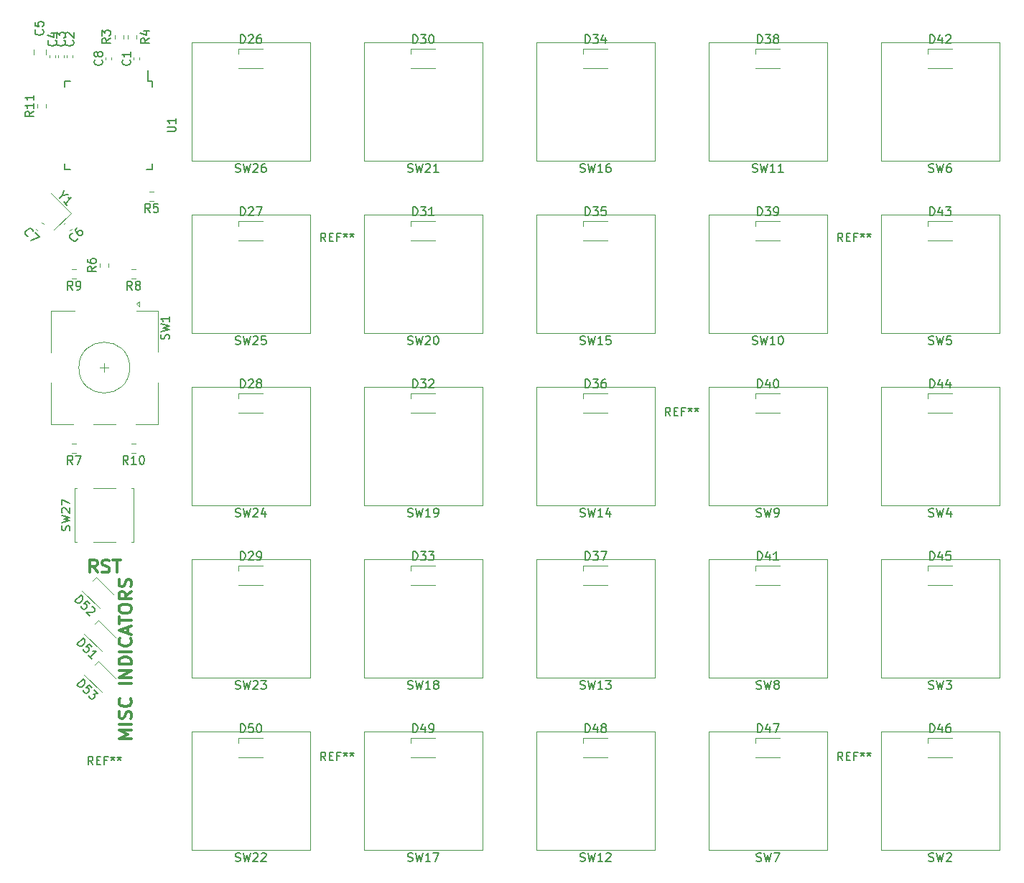
<source format=gbr>
G04 #@! TF.GenerationSoftware,KiCad,Pcbnew,(5.1.8)-1*
G04 #@! TF.CreationDate,2021-03-16T20:17:20-07:00*
G04 #@! TF.ProjectId,DeskTopVolKnob_Keypad,4465736b-546f-4705-966f-6c4b6e6f625f,rev?*
G04 #@! TF.SameCoordinates,Original*
G04 #@! TF.FileFunction,Legend,Top*
G04 #@! TF.FilePolarity,Positive*
%FSLAX46Y46*%
G04 Gerber Fmt 4.6, Leading zero omitted, Abs format (unit mm)*
G04 Created by KiCad (PCBNEW (5.1.8)-1) date 2021-03-16 20:17:20*
%MOMM*%
%LPD*%
G01*
G04 APERTURE LIST*
%ADD10C,0.300000*%
%ADD11C,0.120000*%
%ADD12C,0.150000*%
G04 APERTURE END LIST*
D10*
X49446571Y-113243142D02*
X47946571Y-113243142D01*
X49018000Y-112743142D01*
X47946571Y-112243142D01*
X49446571Y-112243142D01*
X49446571Y-111528857D02*
X47946571Y-111528857D01*
X49375142Y-110886000D02*
X49446571Y-110671714D01*
X49446571Y-110314571D01*
X49375142Y-110171714D01*
X49303714Y-110100285D01*
X49160857Y-110028857D01*
X49018000Y-110028857D01*
X48875142Y-110100285D01*
X48803714Y-110171714D01*
X48732285Y-110314571D01*
X48660857Y-110600285D01*
X48589428Y-110743142D01*
X48518000Y-110814571D01*
X48375142Y-110886000D01*
X48232285Y-110886000D01*
X48089428Y-110814571D01*
X48018000Y-110743142D01*
X47946571Y-110600285D01*
X47946571Y-110243142D01*
X48018000Y-110028857D01*
X49303714Y-108528857D02*
X49375142Y-108600285D01*
X49446571Y-108814571D01*
X49446571Y-108957428D01*
X49375142Y-109171714D01*
X49232285Y-109314571D01*
X49089428Y-109386000D01*
X48803714Y-109457428D01*
X48589428Y-109457428D01*
X48303714Y-109386000D01*
X48160857Y-109314571D01*
X48018000Y-109171714D01*
X47946571Y-108957428D01*
X47946571Y-108814571D01*
X48018000Y-108600285D01*
X48089428Y-108528857D01*
X49446571Y-106743142D02*
X47946571Y-106743142D01*
X49446571Y-106028857D02*
X47946571Y-106028857D01*
X49446571Y-105171714D01*
X47946571Y-105171714D01*
X49446571Y-104457428D02*
X47946571Y-104457428D01*
X47946571Y-104100285D01*
X48018000Y-103886000D01*
X48160857Y-103743142D01*
X48303714Y-103671714D01*
X48589428Y-103600285D01*
X48803714Y-103600285D01*
X49089428Y-103671714D01*
X49232285Y-103743142D01*
X49375142Y-103886000D01*
X49446571Y-104100285D01*
X49446571Y-104457428D01*
X49446571Y-102957428D02*
X47946571Y-102957428D01*
X49303714Y-101386000D02*
X49375142Y-101457428D01*
X49446571Y-101671714D01*
X49446571Y-101814571D01*
X49375142Y-102028857D01*
X49232285Y-102171714D01*
X49089428Y-102243142D01*
X48803714Y-102314571D01*
X48589428Y-102314571D01*
X48303714Y-102243142D01*
X48160857Y-102171714D01*
X48018000Y-102028857D01*
X47946571Y-101814571D01*
X47946571Y-101671714D01*
X48018000Y-101457428D01*
X48089428Y-101386000D01*
X49018000Y-100814571D02*
X49018000Y-100100285D01*
X49446571Y-100957428D02*
X47946571Y-100457428D01*
X49446571Y-99957428D01*
X47946571Y-99671714D02*
X47946571Y-98814571D01*
X49446571Y-99243142D02*
X47946571Y-99243142D01*
X47946571Y-98028857D02*
X47946571Y-97743142D01*
X48018000Y-97600285D01*
X48160857Y-97457428D01*
X48446571Y-97386000D01*
X48946571Y-97386000D01*
X49232285Y-97457428D01*
X49375142Y-97600285D01*
X49446571Y-97743142D01*
X49446571Y-98028857D01*
X49375142Y-98171714D01*
X49232285Y-98314571D01*
X48946571Y-98386000D01*
X48446571Y-98386000D01*
X48160857Y-98314571D01*
X48018000Y-98171714D01*
X47946571Y-98028857D01*
X49446571Y-95886000D02*
X48732285Y-96386000D01*
X49446571Y-96743142D02*
X47946571Y-96743142D01*
X47946571Y-96171714D01*
X48018000Y-96028857D01*
X48089428Y-95957428D01*
X48232285Y-95886000D01*
X48446571Y-95886000D01*
X48589428Y-95957428D01*
X48660857Y-96028857D01*
X48732285Y-96171714D01*
X48732285Y-96743142D01*
X49375142Y-95314571D02*
X49446571Y-95100285D01*
X49446571Y-94743142D01*
X49375142Y-94600285D01*
X49303714Y-94528857D01*
X49160857Y-94457428D01*
X49018000Y-94457428D01*
X48875142Y-94528857D01*
X48803714Y-94600285D01*
X48732285Y-94743142D01*
X48660857Y-95028857D01*
X48589428Y-95171714D01*
X48518000Y-95243142D01*
X48375142Y-95314571D01*
X48232285Y-95314571D01*
X48089428Y-95243142D01*
X48018000Y-95171714D01*
X47946571Y-95028857D01*
X47946571Y-94671714D01*
X48018000Y-94457428D01*
X45406571Y-93642571D02*
X44906571Y-92928285D01*
X44549428Y-93642571D02*
X44549428Y-92142571D01*
X45120857Y-92142571D01*
X45263714Y-92214000D01*
X45335142Y-92285428D01*
X45406571Y-92428285D01*
X45406571Y-92642571D01*
X45335142Y-92785428D01*
X45263714Y-92856857D01*
X45120857Y-92928285D01*
X44549428Y-92928285D01*
X45978000Y-93571142D02*
X46192285Y-93642571D01*
X46549428Y-93642571D01*
X46692285Y-93571142D01*
X46763714Y-93499714D01*
X46835142Y-93356857D01*
X46835142Y-93214000D01*
X46763714Y-93071142D01*
X46692285Y-92999714D01*
X46549428Y-92928285D01*
X46263714Y-92856857D01*
X46120857Y-92785428D01*
X46049428Y-92714000D01*
X45978000Y-92571142D01*
X45978000Y-92428285D01*
X46049428Y-92285428D01*
X46120857Y-92214000D01*
X46263714Y-92142571D01*
X46620857Y-92142571D01*
X46835142Y-92214000D01*
X47263714Y-92142571D02*
X48120857Y-92142571D01*
X47692285Y-93642571D02*
X47692285Y-92142571D01*
D11*
X151765000Y-126365000D02*
X137795000Y-126365000D01*
X137795000Y-126365000D02*
X137795000Y-112395000D01*
X137795000Y-112395000D02*
X151765000Y-112395000D01*
X151765000Y-112395000D02*
X151765000Y-126365000D01*
X43881522Y-105705868D02*
X45932132Y-107756478D01*
X45507868Y-104079522D02*
X47558478Y-106130132D01*
X45083604Y-104503786D02*
X45507868Y-104079522D01*
X43627522Y-95799868D02*
X45678132Y-97850478D01*
X45253868Y-94173522D02*
X47304478Y-96224132D01*
X44829604Y-94597786D02*
X45253868Y-94173522D01*
X43881522Y-100879868D02*
X45932132Y-102930478D01*
X45507868Y-99253522D02*
X47558478Y-101304132D01*
X45083604Y-99677786D02*
X45507868Y-99253522D01*
X62050000Y-115450000D02*
X64950000Y-115450000D01*
X62050000Y-113150000D02*
X64950000Y-113150000D01*
X62050000Y-113750000D02*
X62050000Y-113150000D01*
X82370000Y-115450000D02*
X85270000Y-115450000D01*
X82370000Y-113150000D02*
X85270000Y-113150000D01*
X82370000Y-113750000D02*
X82370000Y-113150000D01*
X102690000Y-115450000D02*
X105590000Y-115450000D01*
X102690000Y-113150000D02*
X105590000Y-113150000D01*
X102690000Y-113750000D02*
X102690000Y-113150000D01*
X123010000Y-115450000D02*
X125910000Y-115450000D01*
X123010000Y-113150000D02*
X125910000Y-113150000D01*
X123010000Y-113750000D02*
X123010000Y-113150000D01*
X143330000Y-115450000D02*
X146230000Y-115450000D01*
X143330000Y-113150000D02*
X146230000Y-113150000D01*
X143330000Y-113750000D02*
X143330000Y-113150000D01*
X143330000Y-95130000D02*
X146230000Y-95130000D01*
X143330000Y-92830000D02*
X146230000Y-92830000D01*
X143330000Y-93430000D02*
X143330000Y-92830000D01*
X143330000Y-74810000D02*
X146230000Y-74810000D01*
X143330000Y-72510000D02*
X146230000Y-72510000D01*
X143330000Y-73110000D02*
X143330000Y-72510000D01*
X143330000Y-54490000D02*
X146230000Y-54490000D01*
X143330000Y-52190000D02*
X146230000Y-52190000D01*
X143330000Y-52790000D02*
X143330000Y-52190000D01*
X143330000Y-34170000D02*
X146230000Y-34170000D01*
X143330000Y-31870000D02*
X146230000Y-31870000D01*
X143330000Y-32470000D02*
X143330000Y-31870000D01*
X123010000Y-95130000D02*
X125910000Y-95130000D01*
X123010000Y-92830000D02*
X125910000Y-92830000D01*
X123010000Y-93430000D02*
X123010000Y-92830000D01*
X123010000Y-74810000D02*
X125910000Y-74810000D01*
X123010000Y-72510000D02*
X125910000Y-72510000D01*
X123010000Y-73110000D02*
X123010000Y-72510000D01*
X123010000Y-54490000D02*
X125910000Y-54490000D01*
X123010000Y-52190000D02*
X125910000Y-52190000D01*
X123010000Y-52790000D02*
X123010000Y-52190000D01*
X123010000Y-34170000D02*
X125910000Y-34170000D01*
X123010000Y-31870000D02*
X125910000Y-31870000D01*
X123010000Y-32470000D02*
X123010000Y-31870000D01*
X102690000Y-95130000D02*
X105590000Y-95130000D01*
X102690000Y-92830000D02*
X105590000Y-92830000D01*
X102690000Y-93430000D02*
X102690000Y-92830000D01*
X102690000Y-74810000D02*
X105590000Y-74810000D01*
X102690000Y-72510000D02*
X105590000Y-72510000D01*
X102690000Y-73110000D02*
X102690000Y-72510000D01*
X102690000Y-54490000D02*
X105590000Y-54490000D01*
X102690000Y-52190000D02*
X105590000Y-52190000D01*
X102690000Y-52790000D02*
X102690000Y-52190000D01*
X102690000Y-34170000D02*
X105590000Y-34170000D01*
X102690000Y-31870000D02*
X105590000Y-31870000D01*
X102690000Y-32470000D02*
X102690000Y-31870000D01*
X82370000Y-95130000D02*
X85270000Y-95130000D01*
X82370000Y-92830000D02*
X85270000Y-92830000D01*
X82370000Y-93430000D02*
X82370000Y-92830000D01*
X82370000Y-74810000D02*
X85270000Y-74810000D01*
X82370000Y-72510000D02*
X85270000Y-72510000D01*
X82370000Y-73110000D02*
X82370000Y-72510000D01*
X82370000Y-54490000D02*
X85270000Y-54490000D01*
X82370000Y-52190000D02*
X85270000Y-52190000D01*
X82370000Y-52790000D02*
X82370000Y-52190000D01*
X82370000Y-34170000D02*
X85270000Y-34170000D01*
X82370000Y-31870000D02*
X85270000Y-31870000D01*
X82370000Y-32470000D02*
X82370000Y-31870000D01*
X62050000Y-95130000D02*
X64950000Y-95130000D01*
X62050000Y-92830000D02*
X64950000Y-92830000D01*
X62050000Y-93430000D02*
X62050000Y-92830000D01*
X62050000Y-74810000D02*
X64950000Y-74810000D01*
X62050000Y-72510000D02*
X64950000Y-72510000D01*
X62050000Y-73110000D02*
X62050000Y-72510000D01*
X62050000Y-54490000D02*
X64950000Y-54490000D01*
X62050000Y-52190000D02*
X64950000Y-52190000D01*
X62050000Y-52790000D02*
X62050000Y-52190000D01*
X62050000Y-32470000D02*
X62050000Y-31870000D01*
X62050000Y-31870000D02*
X64950000Y-31870000D01*
X62050000Y-34170000D02*
X64950000Y-34170000D01*
X70485000Y-45085000D02*
X56515000Y-45085000D01*
X56515000Y-45085000D02*
X56515000Y-31115000D01*
X56515000Y-31115000D02*
X70485000Y-31115000D01*
X70485000Y-31115000D02*
X70485000Y-45085000D01*
X70485000Y-65405000D02*
X56515000Y-65405000D01*
X56515000Y-65405000D02*
X56515000Y-51435000D01*
X56515000Y-51435000D02*
X70485000Y-51435000D01*
X70485000Y-51435000D02*
X70485000Y-65405000D01*
X70485000Y-85725000D02*
X56515000Y-85725000D01*
X56515000Y-85725000D02*
X56515000Y-71755000D01*
X56515000Y-71755000D02*
X70485000Y-71755000D01*
X70485000Y-71755000D02*
X70485000Y-85725000D01*
X70485000Y-106045000D02*
X56515000Y-106045000D01*
X56515000Y-106045000D02*
X56515000Y-92075000D01*
X56515000Y-92075000D02*
X70485000Y-92075000D01*
X70485000Y-92075000D02*
X70485000Y-106045000D01*
X70485000Y-126365000D02*
X56515000Y-126365000D01*
X56515000Y-126365000D02*
X56515000Y-112395000D01*
X56515000Y-112395000D02*
X70485000Y-112395000D01*
X70485000Y-112395000D02*
X70485000Y-126365000D01*
X90805000Y-45085000D02*
X76835000Y-45085000D01*
X76835000Y-45085000D02*
X76835000Y-31115000D01*
X76835000Y-31115000D02*
X90805000Y-31115000D01*
X90805000Y-31115000D02*
X90805000Y-45085000D01*
X90805000Y-65405000D02*
X76835000Y-65405000D01*
X76835000Y-65405000D02*
X76835000Y-51435000D01*
X76835000Y-51435000D02*
X90805000Y-51435000D01*
X90805000Y-51435000D02*
X90805000Y-65405000D01*
X90805000Y-85725000D02*
X76835000Y-85725000D01*
X76835000Y-85725000D02*
X76835000Y-71755000D01*
X76835000Y-71755000D02*
X90805000Y-71755000D01*
X90805000Y-71755000D02*
X90805000Y-85725000D01*
X90805000Y-106045000D02*
X76835000Y-106045000D01*
X76835000Y-106045000D02*
X76835000Y-92075000D01*
X76835000Y-92075000D02*
X90805000Y-92075000D01*
X90805000Y-92075000D02*
X90805000Y-106045000D01*
X90805000Y-126365000D02*
X76835000Y-126365000D01*
X76835000Y-126365000D02*
X76835000Y-112395000D01*
X76835000Y-112395000D02*
X90805000Y-112395000D01*
X90805000Y-112395000D02*
X90805000Y-126365000D01*
X111125000Y-45085000D02*
X97155000Y-45085000D01*
X97155000Y-45085000D02*
X97155000Y-31115000D01*
X97155000Y-31115000D02*
X111125000Y-31115000D01*
X111125000Y-31115000D02*
X111125000Y-45085000D01*
X111125000Y-65405000D02*
X97155000Y-65405000D01*
X97155000Y-65405000D02*
X97155000Y-51435000D01*
X97155000Y-51435000D02*
X111125000Y-51435000D01*
X111125000Y-51435000D02*
X111125000Y-65405000D01*
X111125000Y-85725000D02*
X97155000Y-85725000D01*
X97155000Y-85725000D02*
X97155000Y-71755000D01*
X97155000Y-71755000D02*
X111125000Y-71755000D01*
X111125000Y-71755000D02*
X111125000Y-85725000D01*
X111125000Y-106045000D02*
X97155000Y-106045000D01*
X97155000Y-106045000D02*
X97155000Y-92075000D01*
X97155000Y-92075000D02*
X111125000Y-92075000D01*
X111125000Y-92075000D02*
X111125000Y-106045000D01*
X111125000Y-126365000D02*
X97155000Y-126365000D01*
X97155000Y-126365000D02*
X97155000Y-112395000D01*
X97155000Y-112395000D02*
X111125000Y-112395000D01*
X111125000Y-112395000D02*
X111125000Y-126365000D01*
X131445000Y-45085000D02*
X117475000Y-45085000D01*
X117475000Y-45085000D02*
X117475000Y-31115000D01*
X117475000Y-31115000D02*
X131445000Y-31115000D01*
X131445000Y-31115000D02*
X131445000Y-45085000D01*
X131445000Y-65405000D02*
X117475000Y-65405000D01*
X117475000Y-65405000D02*
X117475000Y-51435000D01*
X117475000Y-51435000D02*
X131445000Y-51435000D01*
X131445000Y-51435000D02*
X131445000Y-65405000D01*
X131445000Y-85725000D02*
X117475000Y-85725000D01*
X117475000Y-85725000D02*
X117475000Y-71755000D01*
X117475000Y-71755000D02*
X131445000Y-71755000D01*
X131445000Y-71755000D02*
X131445000Y-85725000D01*
X131445000Y-106045000D02*
X117475000Y-106045000D01*
X117475000Y-106045000D02*
X117475000Y-92075000D01*
X117475000Y-92075000D02*
X131445000Y-92075000D01*
X131445000Y-92075000D02*
X131445000Y-106045000D01*
X131445000Y-126365000D02*
X117475000Y-126365000D01*
X117475000Y-126365000D02*
X117475000Y-112395000D01*
X117475000Y-112395000D02*
X131445000Y-112395000D01*
X131445000Y-112395000D02*
X131445000Y-126365000D01*
X151765000Y-45085000D02*
X137795000Y-45085000D01*
X137795000Y-45085000D02*
X137795000Y-31115000D01*
X137795000Y-31115000D02*
X151765000Y-31115000D01*
X151765000Y-31115000D02*
X151765000Y-45085000D01*
X151765000Y-65405000D02*
X137795000Y-65405000D01*
X137795000Y-65405000D02*
X137795000Y-51435000D01*
X137795000Y-51435000D02*
X151765000Y-51435000D01*
X151765000Y-51435000D02*
X151765000Y-65405000D01*
X151765000Y-85725000D02*
X137795000Y-85725000D01*
X137795000Y-85725000D02*
X137795000Y-71755000D01*
X137795000Y-71755000D02*
X151765000Y-71755000D01*
X151765000Y-71755000D02*
X151765000Y-85725000D01*
X151765000Y-106045000D02*
X137795000Y-106045000D01*
X137795000Y-106045000D02*
X137795000Y-92075000D01*
X137795000Y-92075000D02*
X151765000Y-92075000D01*
X151765000Y-92075000D02*
X151765000Y-106045000D01*
X38346781Y-53292030D02*
X38147970Y-53093219D01*
X39068030Y-52570781D02*
X38869219Y-52371970D01*
X42370030Y-53093219D02*
X42171219Y-53292030D01*
X41648781Y-52371970D02*
X41449970Y-52570781D01*
X39384500Y-38845258D02*
X39384500Y-38370742D01*
X38339500Y-38845258D02*
X38339500Y-38370742D01*
X44928000Y-83718000D02*
X47528000Y-83718000D01*
X49678000Y-90018000D02*
X49428000Y-90018000D01*
X49678000Y-83718000D02*
X49678000Y-90018000D01*
X49428000Y-83718000D02*
X49678000Y-83718000D01*
X47528000Y-90018000D02*
X44928000Y-90018000D01*
X42778000Y-83718000D02*
X43028000Y-83718000D01*
X42778000Y-90018000D02*
X42778000Y-83718000D01*
X43028000Y-90018000D02*
X42778000Y-90018000D01*
X49917758Y-78471500D02*
X49443242Y-78471500D01*
X49917758Y-79516500D02*
X49443242Y-79516500D01*
X42909258Y-57897500D02*
X42434742Y-57897500D01*
X42909258Y-58942500D02*
X42434742Y-58942500D01*
X49917758Y-57897500D02*
X49443242Y-57897500D01*
X49917758Y-58942500D02*
X49443242Y-58942500D01*
X42909258Y-78471500D02*
X42434742Y-78471500D01*
X42909258Y-79516500D02*
X42434742Y-79516500D01*
X46750500Y-57641258D02*
X46750500Y-57166742D01*
X45705500Y-57641258D02*
X45705500Y-57166742D01*
X52053258Y-48753500D02*
X51578742Y-48753500D01*
X52053258Y-49798500D02*
X51578742Y-49798500D01*
X50052500Y-30717258D02*
X50052500Y-30242742D01*
X49007500Y-30717258D02*
X49007500Y-30242742D01*
X47483500Y-30242742D02*
X47483500Y-30717258D01*
X48528500Y-30242742D02*
X48528500Y-30717258D01*
X42288676Y-51230777D02*
X39955223Y-48897324D01*
X40308777Y-53210676D02*
X42288676Y-51230777D01*
X47096000Y-33127836D02*
X47096000Y-32912164D01*
X46376000Y-33127836D02*
X46376000Y-32912164D01*
X40492000Y-32873836D02*
X40492000Y-32658164D01*
X39772000Y-32873836D02*
X39772000Y-32658164D01*
X41508000Y-32873836D02*
X41508000Y-32658164D01*
X40788000Y-32873836D02*
X40788000Y-32658164D01*
X42524000Y-32873836D02*
X42524000Y-32658164D01*
X41804000Y-32873836D02*
X41804000Y-32658164D01*
X50398000Y-33127836D02*
X50398000Y-32912164D01*
X49678000Y-33127836D02*
X49678000Y-32912164D01*
D12*
X51911000Y-35719000D02*
X51336000Y-35719000D01*
X51911000Y-46069000D02*
X51236000Y-46069000D01*
X41561000Y-46069000D02*
X42236000Y-46069000D01*
X41561000Y-35719000D02*
X42236000Y-35719000D01*
X51911000Y-35719000D02*
X51911000Y-36394000D01*
X41561000Y-35719000D02*
X41561000Y-36394000D01*
X41561000Y-46069000D02*
X41561000Y-45394000D01*
X51911000Y-46069000D02*
X51911000Y-45394000D01*
X51336000Y-35719000D02*
X51336000Y-34444000D01*
D11*
X46228000Y-68976000D02*
X46228000Y-69976000D01*
X46728000Y-69476000D02*
X45728000Y-69476000D01*
X42528000Y-76176000D02*
X39928000Y-76176000D01*
X47528000Y-76176000D02*
X44928000Y-76176000D01*
X52528000Y-76176000D02*
X49928000Y-76176000D01*
X50328000Y-62276000D02*
X50028000Y-61976000D01*
X50328000Y-61676000D02*
X50328000Y-62276000D01*
X50028000Y-61976000D02*
X50328000Y-61676000D01*
X52528000Y-62776000D02*
X50028000Y-62776000D01*
X52528000Y-67576000D02*
X52528000Y-62776000D01*
X39928000Y-62776000D02*
X42728000Y-62776000D01*
X39928000Y-67676000D02*
X39928000Y-62776000D01*
X39928000Y-76176000D02*
X39928000Y-71276000D01*
X52528000Y-71276000D02*
X52528000Y-76176000D01*
X49228000Y-69476000D02*
G75*
G03*
X49228000Y-69476000I-3000000J0D01*
G01*
X37873000Y-32519252D02*
X37873000Y-31996748D01*
X39343000Y-32519252D02*
X39343000Y-31996748D01*
D12*
X143446666Y-127658761D02*
X143589523Y-127706380D01*
X143827619Y-127706380D01*
X143922857Y-127658761D01*
X143970476Y-127611142D01*
X144018095Y-127515904D01*
X144018095Y-127420666D01*
X143970476Y-127325428D01*
X143922857Y-127277809D01*
X143827619Y-127230190D01*
X143637142Y-127182571D01*
X143541904Y-127134952D01*
X143494285Y-127087333D01*
X143446666Y-126992095D01*
X143446666Y-126896857D01*
X143494285Y-126801619D01*
X143541904Y-126754000D01*
X143637142Y-126706380D01*
X143875238Y-126706380D01*
X144018095Y-126754000D01*
X144351428Y-126706380D02*
X144589523Y-127706380D01*
X144780000Y-126992095D01*
X144970476Y-127706380D01*
X145208571Y-126706380D01*
X145541904Y-126801619D02*
X145589523Y-126754000D01*
X145684761Y-126706380D01*
X145922857Y-126706380D01*
X146018095Y-126754000D01*
X146065714Y-126801619D01*
X146113333Y-126896857D01*
X146113333Y-126992095D01*
X146065714Y-127134952D01*
X145494285Y-127706380D01*
X146113333Y-127706380D01*
X43017488Y-106903251D02*
X43724595Y-106196145D01*
X43892954Y-106364503D01*
X43960297Y-106499190D01*
X43960297Y-106633877D01*
X43926625Y-106734893D01*
X43825610Y-106903251D01*
X43724595Y-107004267D01*
X43556236Y-107105282D01*
X43455221Y-107138954D01*
X43320534Y-107138954D01*
X43185847Y-107071610D01*
X43017488Y-106903251D01*
X44768419Y-107239969D02*
X44431702Y-106903251D01*
X44061312Y-107206297D01*
X44128656Y-107206297D01*
X44229671Y-107239969D01*
X44398030Y-107408328D01*
X44431702Y-107509343D01*
X44431702Y-107576687D01*
X44398030Y-107677702D01*
X44229671Y-107846061D01*
X44128656Y-107879732D01*
X44061312Y-107879732D01*
X43960297Y-107846061D01*
X43791938Y-107677702D01*
X43758267Y-107576687D01*
X43758267Y-107509343D01*
X45037793Y-107509343D02*
X45475526Y-107947076D01*
X44970450Y-107980748D01*
X45071465Y-108081763D01*
X45105137Y-108182778D01*
X45105137Y-108250122D01*
X45071465Y-108351137D01*
X44903106Y-108519496D01*
X44802091Y-108553167D01*
X44734748Y-108553167D01*
X44633732Y-108519496D01*
X44431702Y-108317465D01*
X44398030Y-108216450D01*
X44398030Y-108149106D01*
X42763488Y-96997251D02*
X43470595Y-96290145D01*
X43638954Y-96458503D01*
X43706297Y-96593190D01*
X43706297Y-96727877D01*
X43672625Y-96828893D01*
X43571610Y-96997251D01*
X43470595Y-97098267D01*
X43302236Y-97199282D01*
X43201221Y-97232954D01*
X43066534Y-97232954D01*
X42931847Y-97165610D01*
X42763488Y-96997251D01*
X44514419Y-97333969D02*
X44177702Y-96997251D01*
X43807312Y-97300297D01*
X43874656Y-97300297D01*
X43975671Y-97333969D01*
X44144030Y-97502328D01*
X44177702Y-97603343D01*
X44177702Y-97670687D01*
X44144030Y-97771702D01*
X43975671Y-97940061D01*
X43874656Y-97973732D01*
X43807312Y-97973732D01*
X43706297Y-97940061D01*
X43537938Y-97771702D01*
X43504267Y-97670687D01*
X43504267Y-97603343D01*
X44750122Y-97704358D02*
X44817465Y-97704358D01*
X44918480Y-97738030D01*
X45086839Y-97906389D01*
X45120511Y-98007404D01*
X45120511Y-98074748D01*
X45086839Y-98175763D01*
X45019496Y-98243106D01*
X44884809Y-98310450D01*
X44076687Y-98310450D01*
X44514419Y-98748183D01*
X43017488Y-102077251D02*
X43724595Y-101370145D01*
X43892954Y-101538503D01*
X43960297Y-101673190D01*
X43960297Y-101807877D01*
X43926625Y-101908893D01*
X43825610Y-102077251D01*
X43724595Y-102178267D01*
X43556236Y-102279282D01*
X43455221Y-102312954D01*
X43320534Y-102312954D01*
X43185847Y-102245610D01*
X43017488Y-102077251D01*
X44768419Y-102413969D02*
X44431702Y-102077251D01*
X44061312Y-102380297D01*
X44128656Y-102380297D01*
X44229671Y-102413969D01*
X44398030Y-102582328D01*
X44431702Y-102683343D01*
X44431702Y-102750687D01*
X44398030Y-102851702D01*
X44229671Y-103020061D01*
X44128656Y-103053732D01*
X44061312Y-103053732D01*
X43960297Y-103020061D01*
X43791938Y-102851702D01*
X43758267Y-102750687D01*
X43758267Y-102683343D01*
X44768419Y-103828183D02*
X44364358Y-103424122D01*
X44566389Y-103626152D02*
X45273496Y-102919045D01*
X45105137Y-102952717D01*
X44970450Y-102952717D01*
X44869435Y-102919045D01*
X62285714Y-112502380D02*
X62285714Y-111502380D01*
X62523809Y-111502380D01*
X62666666Y-111550000D01*
X62761904Y-111645238D01*
X62809523Y-111740476D01*
X62857142Y-111930952D01*
X62857142Y-112073809D01*
X62809523Y-112264285D01*
X62761904Y-112359523D01*
X62666666Y-112454761D01*
X62523809Y-112502380D01*
X62285714Y-112502380D01*
X63761904Y-111502380D02*
X63285714Y-111502380D01*
X63238095Y-111978571D01*
X63285714Y-111930952D01*
X63380952Y-111883333D01*
X63619047Y-111883333D01*
X63714285Y-111930952D01*
X63761904Y-111978571D01*
X63809523Y-112073809D01*
X63809523Y-112311904D01*
X63761904Y-112407142D01*
X63714285Y-112454761D01*
X63619047Y-112502380D01*
X63380952Y-112502380D01*
X63285714Y-112454761D01*
X63238095Y-112407142D01*
X64428571Y-111502380D02*
X64523809Y-111502380D01*
X64619047Y-111550000D01*
X64666666Y-111597619D01*
X64714285Y-111692857D01*
X64761904Y-111883333D01*
X64761904Y-112121428D01*
X64714285Y-112311904D01*
X64666666Y-112407142D01*
X64619047Y-112454761D01*
X64523809Y-112502380D01*
X64428571Y-112502380D01*
X64333333Y-112454761D01*
X64285714Y-112407142D01*
X64238095Y-112311904D01*
X64190476Y-112121428D01*
X64190476Y-111883333D01*
X64238095Y-111692857D01*
X64285714Y-111597619D01*
X64333333Y-111550000D01*
X64428571Y-111502380D01*
X82605714Y-112502380D02*
X82605714Y-111502380D01*
X82843809Y-111502380D01*
X82986666Y-111550000D01*
X83081904Y-111645238D01*
X83129523Y-111740476D01*
X83177142Y-111930952D01*
X83177142Y-112073809D01*
X83129523Y-112264285D01*
X83081904Y-112359523D01*
X82986666Y-112454761D01*
X82843809Y-112502380D01*
X82605714Y-112502380D01*
X84034285Y-111835714D02*
X84034285Y-112502380D01*
X83796190Y-111454761D02*
X83558095Y-112169047D01*
X84177142Y-112169047D01*
X84605714Y-112502380D02*
X84796190Y-112502380D01*
X84891428Y-112454761D01*
X84939047Y-112407142D01*
X85034285Y-112264285D01*
X85081904Y-112073809D01*
X85081904Y-111692857D01*
X85034285Y-111597619D01*
X84986666Y-111550000D01*
X84891428Y-111502380D01*
X84700952Y-111502380D01*
X84605714Y-111550000D01*
X84558095Y-111597619D01*
X84510476Y-111692857D01*
X84510476Y-111930952D01*
X84558095Y-112026190D01*
X84605714Y-112073809D01*
X84700952Y-112121428D01*
X84891428Y-112121428D01*
X84986666Y-112073809D01*
X85034285Y-112026190D01*
X85081904Y-111930952D01*
X102925714Y-112502380D02*
X102925714Y-111502380D01*
X103163809Y-111502380D01*
X103306666Y-111550000D01*
X103401904Y-111645238D01*
X103449523Y-111740476D01*
X103497142Y-111930952D01*
X103497142Y-112073809D01*
X103449523Y-112264285D01*
X103401904Y-112359523D01*
X103306666Y-112454761D01*
X103163809Y-112502380D01*
X102925714Y-112502380D01*
X104354285Y-111835714D02*
X104354285Y-112502380D01*
X104116190Y-111454761D02*
X103878095Y-112169047D01*
X104497142Y-112169047D01*
X105020952Y-111930952D02*
X104925714Y-111883333D01*
X104878095Y-111835714D01*
X104830476Y-111740476D01*
X104830476Y-111692857D01*
X104878095Y-111597619D01*
X104925714Y-111550000D01*
X105020952Y-111502380D01*
X105211428Y-111502380D01*
X105306666Y-111550000D01*
X105354285Y-111597619D01*
X105401904Y-111692857D01*
X105401904Y-111740476D01*
X105354285Y-111835714D01*
X105306666Y-111883333D01*
X105211428Y-111930952D01*
X105020952Y-111930952D01*
X104925714Y-111978571D01*
X104878095Y-112026190D01*
X104830476Y-112121428D01*
X104830476Y-112311904D01*
X104878095Y-112407142D01*
X104925714Y-112454761D01*
X105020952Y-112502380D01*
X105211428Y-112502380D01*
X105306666Y-112454761D01*
X105354285Y-112407142D01*
X105401904Y-112311904D01*
X105401904Y-112121428D01*
X105354285Y-112026190D01*
X105306666Y-111978571D01*
X105211428Y-111930952D01*
X123245714Y-112502380D02*
X123245714Y-111502380D01*
X123483809Y-111502380D01*
X123626666Y-111550000D01*
X123721904Y-111645238D01*
X123769523Y-111740476D01*
X123817142Y-111930952D01*
X123817142Y-112073809D01*
X123769523Y-112264285D01*
X123721904Y-112359523D01*
X123626666Y-112454761D01*
X123483809Y-112502380D01*
X123245714Y-112502380D01*
X124674285Y-111835714D02*
X124674285Y-112502380D01*
X124436190Y-111454761D02*
X124198095Y-112169047D01*
X124817142Y-112169047D01*
X125102857Y-111502380D02*
X125769523Y-111502380D01*
X125340952Y-112502380D01*
X143565714Y-112502380D02*
X143565714Y-111502380D01*
X143803809Y-111502380D01*
X143946666Y-111550000D01*
X144041904Y-111645238D01*
X144089523Y-111740476D01*
X144137142Y-111930952D01*
X144137142Y-112073809D01*
X144089523Y-112264285D01*
X144041904Y-112359523D01*
X143946666Y-112454761D01*
X143803809Y-112502380D01*
X143565714Y-112502380D01*
X144994285Y-111835714D02*
X144994285Y-112502380D01*
X144756190Y-111454761D02*
X144518095Y-112169047D01*
X145137142Y-112169047D01*
X145946666Y-111502380D02*
X145756190Y-111502380D01*
X145660952Y-111550000D01*
X145613333Y-111597619D01*
X145518095Y-111740476D01*
X145470476Y-111930952D01*
X145470476Y-112311904D01*
X145518095Y-112407142D01*
X145565714Y-112454761D01*
X145660952Y-112502380D01*
X145851428Y-112502380D01*
X145946666Y-112454761D01*
X145994285Y-112407142D01*
X146041904Y-112311904D01*
X146041904Y-112073809D01*
X145994285Y-111978571D01*
X145946666Y-111930952D01*
X145851428Y-111883333D01*
X145660952Y-111883333D01*
X145565714Y-111930952D01*
X145518095Y-111978571D01*
X145470476Y-112073809D01*
X143565714Y-92182380D02*
X143565714Y-91182380D01*
X143803809Y-91182380D01*
X143946666Y-91230000D01*
X144041904Y-91325238D01*
X144089523Y-91420476D01*
X144137142Y-91610952D01*
X144137142Y-91753809D01*
X144089523Y-91944285D01*
X144041904Y-92039523D01*
X143946666Y-92134761D01*
X143803809Y-92182380D01*
X143565714Y-92182380D01*
X144994285Y-91515714D02*
X144994285Y-92182380D01*
X144756190Y-91134761D02*
X144518095Y-91849047D01*
X145137142Y-91849047D01*
X145994285Y-91182380D02*
X145518095Y-91182380D01*
X145470476Y-91658571D01*
X145518095Y-91610952D01*
X145613333Y-91563333D01*
X145851428Y-91563333D01*
X145946666Y-91610952D01*
X145994285Y-91658571D01*
X146041904Y-91753809D01*
X146041904Y-91991904D01*
X145994285Y-92087142D01*
X145946666Y-92134761D01*
X145851428Y-92182380D01*
X145613333Y-92182380D01*
X145518095Y-92134761D01*
X145470476Y-92087142D01*
X143565714Y-71862380D02*
X143565714Y-70862380D01*
X143803809Y-70862380D01*
X143946666Y-70910000D01*
X144041904Y-71005238D01*
X144089523Y-71100476D01*
X144137142Y-71290952D01*
X144137142Y-71433809D01*
X144089523Y-71624285D01*
X144041904Y-71719523D01*
X143946666Y-71814761D01*
X143803809Y-71862380D01*
X143565714Y-71862380D01*
X144994285Y-71195714D02*
X144994285Y-71862380D01*
X144756190Y-70814761D02*
X144518095Y-71529047D01*
X145137142Y-71529047D01*
X145946666Y-71195714D02*
X145946666Y-71862380D01*
X145708571Y-70814761D02*
X145470476Y-71529047D01*
X146089523Y-71529047D01*
X143565714Y-51542380D02*
X143565714Y-50542380D01*
X143803809Y-50542380D01*
X143946666Y-50590000D01*
X144041904Y-50685238D01*
X144089523Y-50780476D01*
X144137142Y-50970952D01*
X144137142Y-51113809D01*
X144089523Y-51304285D01*
X144041904Y-51399523D01*
X143946666Y-51494761D01*
X143803809Y-51542380D01*
X143565714Y-51542380D01*
X144994285Y-50875714D02*
X144994285Y-51542380D01*
X144756190Y-50494761D02*
X144518095Y-51209047D01*
X145137142Y-51209047D01*
X145422857Y-50542380D02*
X146041904Y-50542380D01*
X145708571Y-50923333D01*
X145851428Y-50923333D01*
X145946666Y-50970952D01*
X145994285Y-51018571D01*
X146041904Y-51113809D01*
X146041904Y-51351904D01*
X145994285Y-51447142D01*
X145946666Y-51494761D01*
X145851428Y-51542380D01*
X145565714Y-51542380D01*
X145470476Y-51494761D01*
X145422857Y-51447142D01*
X143565714Y-31222380D02*
X143565714Y-30222380D01*
X143803809Y-30222380D01*
X143946666Y-30270000D01*
X144041904Y-30365238D01*
X144089523Y-30460476D01*
X144137142Y-30650952D01*
X144137142Y-30793809D01*
X144089523Y-30984285D01*
X144041904Y-31079523D01*
X143946666Y-31174761D01*
X143803809Y-31222380D01*
X143565714Y-31222380D01*
X144994285Y-30555714D02*
X144994285Y-31222380D01*
X144756190Y-30174761D02*
X144518095Y-30889047D01*
X145137142Y-30889047D01*
X145470476Y-30317619D02*
X145518095Y-30270000D01*
X145613333Y-30222380D01*
X145851428Y-30222380D01*
X145946666Y-30270000D01*
X145994285Y-30317619D01*
X146041904Y-30412857D01*
X146041904Y-30508095D01*
X145994285Y-30650952D01*
X145422857Y-31222380D01*
X146041904Y-31222380D01*
X123245714Y-92182380D02*
X123245714Y-91182380D01*
X123483809Y-91182380D01*
X123626666Y-91230000D01*
X123721904Y-91325238D01*
X123769523Y-91420476D01*
X123817142Y-91610952D01*
X123817142Y-91753809D01*
X123769523Y-91944285D01*
X123721904Y-92039523D01*
X123626666Y-92134761D01*
X123483809Y-92182380D01*
X123245714Y-92182380D01*
X124674285Y-91515714D02*
X124674285Y-92182380D01*
X124436190Y-91134761D02*
X124198095Y-91849047D01*
X124817142Y-91849047D01*
X125721904Y-92182380D02*
X125150476Y-92182380D01*
X125436190Y-92182380D02*
X125436190Y-91182380D01*
X125340952Y-91325238D01*
X125245714Y-91420476D01*
X125150476Y-91468095D01*
X123245714Y-71862380D02*
X123245714Y-70862380D01*
X123483809Y-70862380D01*
X123626666Y-70910000D01*
X123721904Y-71005238D01*
X123769523Y-71100476D01*
X123817142Y-71290952D01*
X123817142Y-71433809D01*
X123769523Y-71624285D01*
X123721904Y-71719523D01*
X123626666Y-71814761D01*
X123483809Y-71862380D01*
X123245714Y-71862380D01*
X124674285Y-71195714D02*
X124674285Y-71862380D01*
X124436190Y-70814761D02*
X124198095Y-71529047D01*
X124817142Y-71529047D01*
X125388571Y-70862380D02*
X125483809Y-70862380D01*
X125579047Y-70910000D01*
X125626666Y-70957619D01*
X125674285Y-71052857D01*
X125721904Y-71243333D01*
X125721904Y-71481428D01*
X125674285Y-71671904D01*
X125626666Y-71767142D01*
X125579047Y-71814761D01*
X125483809Y-71862380D01*
X125388571Y-71862380D01*
X125293333Y-71814761D01*
X125245714Y-71767142D01*
X125198095Y-71671904D01*
X125150476Y-71481428D01*
X125150476Y-71243333D01*
X125198095Y-71052857D01*
X125245714Y-70957619D01*
X125293333Y-70910000D01*
X125388571Y-70862380D01*
X123245714Y-51542380D02*
X123245714Y-50542380D01*
X123483809Y-50542380D01*
X123626666Y-50590000D01*
X123721904Y-50685238D01*
X123769523Y-50780476D01*
X123817142Y-50970952D01*
X123817142Y-51113809D01*
X123769523Y-51304285D01*
X123721904Y-51399523D01*
X123626666Y-51494761D01*
X123483809Y-51542380D01*
X123245714Y-51542380D01*
X124150476Y-50542380D02*
X124769523Y-50542380D01*
X124436190Y-50923333D01*
X124579047Y-50923333D01*
X124674285Y-50970952D01*
X124721904Y-51018571D01*
X124769523Y-51113809D01*
X124769523Y-51351904D01*
X124721904Y-51447142D01*
X124674285Y-51494761D01*
X124579047Y-51542380D01*
X124293333Y-51542380D01*
X124198095Y-51494761D01*
X124150476Y-51447142D01*
X125245714Y-51542380D02*
X125436190Y-51542380D01*
X125531428Y-51494761D01*
X125579047Y-51447142D01*
X125674285Y-51304285D01*
X125721904Y-51113809D01*
X125721904Y-50732857D01*
X125674285Y-50637619D01*
X125626666Y-50590000D01*
X125531428Y-50542380D01*
X125340952Y-50542380D01*
X125245714Y-50590000D01*
X125198095Y-50637619D01*
X125150476Y-50732857D01*
X125150476Y-50970952D01*
X125198095Y-51066190D01*
X125245714Y-51113809D01*
X125340952Y-51161428D01*
X125531428Y-51161428D01*
X125626666Y-51113809D01*
X125674285Y-51066190D01*
X125721904Y-50970952D01*
X123245714Y-31222380D02*
X123245714Y-30222380D01*
X123483809Y-30222380D01*
X123626666Y-30270000D01*
X123721904Y-30365238D01*
X123769523Y-30460476D01*
X123817142Y-30650952D01*
X123817142Y-30793809D01*
X123769523Y-30984285D01*
X123721904Y-31079523D01*
X123626666Y-31174761D01*
X123483809Y-31222380D01*
X123245714Y-31222380D01*
X124150476Y-30222380D02*
X124769523Y-30222380D01*
X124436190Y-30603333D01*
X124579047Y-30603333D01*
X124674285Y-30650952D01*
X124721904Y-30698571D01*
X124769523Y-30793809D01*
X124769523Y-31031904D01*
X124721904Y-31127142D01*
X124674285Y-31174761D01*
X124579047Y-31222380D01*
X124293333Y-31222380D01*
X124198095Y-31174761D01*
X124150476Y-31127142D01*
X125340952Y-30650952D02*
X125245714Y-30603333D01*
X125198095Y-30555714D01*
X125150476Y-30460476D01*
X125150476Y-30412857D01*
X125198095Y-30317619D01*
X125245714Y-30270000D01*
X125340952Y-30222380D01*
X125531428Y-30222380D01*
X125626666Y-30270000D01*
X125674285Y-30317619D01*
X125721904Y-30412857D01*
X125721904Y-30460476D01*
X125674285Y-30555714D01*
X125626666Y-30603333D01*
X125531428Y-30650952D01*
X125340952Y-30650952D01*
X125245714Y-30698571D01*
X125198095Y-30746190D01*
X125150476Y-30841428D01*
X125150476Y-31031904D01*
X125198095Y-31127142D01*
X125245714Y-31174761D01*
X125340952Y-31222380D01*
X125531428Y-31222380D01*
X125626666Y-31174761D01*
X125674285Y-31127142D01*
X125721904Y-31031904D01*
X125721904Y-30841428D01*
X125674285Y-30746190D01*
X125626666Y-30698571D01*
X125531428Y-30650952D01*
X102925714Y-92182380D02*
X102925714Y-91182380D01*
X103163809Y-91182380D01*
X103306666Y-91230000D01*
X103401904Y-91325238D01*
X103449523Y-91420476D01*
X103497142Y-91610952D01*
X103497142Y-91753809D01*
X103449523Y-91944285D01*
X103401904Y-92039523D01*
X103306666Y-92134761D01*
X103163809Y-92182380D01*
X102925714Y-92182380D01*
X103830476Y-91182380D02*
X104449523Y-91182380D01*
X104116190Y-91563333D01*
X104259047Y-91563333D01*
X104354285Y-91610952D01*
X104401904Y-91658571D01*
X104449523Y-91753809D01*
X104449523Y-91991904D01*
X104401904Y-92087142D01*
X104354285Y-92134761D01*
X104259047Y-92182380D01*
X103973333Y-92182380D01*
X103878095Y-92134761D01*
X103830476Y-92087142D01*
X104782857Y-91182380D02*
X105449523Y-91182380D01*
X105020952Y-92182380D01*
X102925714Y-71862380D02*
X102925714Y-70862380D01*
X103163809Y-70862380D01*
X103306666Y-70910000D01*
X103401904Y-71005238D01*
X103449523Y-71100476D01*
X103497142Y-71290952D01*
X103497142Y-71433809D01*
X103449523Y-71624285D01*
X103401904Y-71719523D01*
X103306666Y-71814761D01*
X103163809Y-71862380D01*
X102925714Y-71862380D01*
X103830476Y-70862380D02*
X104449523Y-70862380D01*
X104116190Y-71243333D01*
X104259047Y-71243333D01*
X104354285Y-71290952D01*
X104401904Y-71338571D01*
X104449523Y-71433809D01*
X104449523Y-71671904D01*
X104401904Y-71767142D01*
X104354285Y-71814761D01*
X104259047Y-71862380D01*
X103973333Y-71862380D01*
X103878095Y-71814761D01*
X103830476Y-71767142D01*
X105306666Y-70862380D02*
X105116190Y-70862380D01*
X105020952Y-70910000D01*
X104973333Y-70957619D01*
X104878095Y-71100476D01*
X104830476Y-71290952D01*
X104830476Y-71671904D01*
X104878095Y-71767142D01*
X104925714Y-71814761D01*
X105020952Y-71862380D01*
X105211428Y-71862380D01*
X105306666Y-71814761D01*
X105354285Y-71767142D01*
X105401904Y-71671904D01*
X105401904Y-71433809D01*
X105354285Y-71338571D01*
X105306666Y-71290952D01*
X105211428Y-71243333D01*
X105020952Y-71243333D01*
X104925714Y-71290952D01*
X104878095Y-71338571D01*
X104830476Y-71433809D01*
X102925714Y-51542380D02*
X102925714Y-50542380D01*
X103163809Y-50542380D01*
X103306666Y-50590000D01*
X103401904Y-50685238D01*
X103449523Y-50780476D01*
X103497142Y-50970952D01*
X103497142Y-51113809D01*
X103449523Y-51304285D01*
X103401904Y-51399523D01*
X103306666Y-51494761D01*
X103163809Y-51542380D01*
X102925714Y-51542380D01*
X103830476Y-50542380D02*
X104449523Y-50542380D01*
X104116190Y-50923333D01*
X104259047Y-50923333D01*
X104354285Y-50970952D01*
X104401904Y-51018571D01*
X104449523Y-51113809D01*
X104449523Y-51351904D01*
X104401904Y-51447142D01*
X104354285Y-51494761D01*
X104259047Y-51542380D01*
X103973333Y-51542380D01*
X103878095Y-51494761D01*
X103830476Y-51447142D01*
X105354285Y-50542380D02*
X104878095Y-50542380D01*
X104830476Y-51018571D01*
X104878095Y-50970952D01*
X104973333Y-50923333D01*
X105211428Y-50923333D01*
X105306666Y-50970952D01*
X105354285Y-51018571D01*
X105401904Y-51113809D01*
X105401904Y-51351904D01*
X105354285Y-51447142D01*
X105306666Y-51494761D01*
X105211428Y-51542380D01*
X104973333Y-51542380D01*
X104878095Y-51494761D01*
X104830476Y-51447142D01*
X102925714Y-31222380D02*
X102925714Y-30222380D01*
X103163809Y-30222380D01*
X103306666Y-30270000D01*
X103401904Y-30365238D01*
X103449523Y-30460476D01*
X103497142Y-30650952D01*
X103497142Y-30793809D01*
X103449523Y-30984285D01*
X103401904Y-31079523D01*
X103306666Y-31174761D01*
X103163809Y-31222380D01*
X102925714Y-31222380D01*
X103830476Y-30222380D02*
X104449523Y-30222380D01*
X104116190Y-30603333D01*
X104259047Y-30603333D01*
X104354285Y-30650952D01*
X104401904Y-30698571D01*
X104449523Y-30793809D01*
X104449523Y-31031904D01*
X104401904Y-31127142D01*
X104354285Y-31174761D01*
X104259047Y-31222380D01*
X103973333Y-31222380D01*
X103878095Y-31174761D01*
X103830476Y-31127142D01*
X105306666Y-30555714D02*
X105306666Y-31222380D01*
X105068571Y-30174761D02*
X104830476Y-30889047D01*
X105449523Y-30889047D01*
X82605714Y-92182380D02*
X82605714Y-91182380D01*
X82843809Y-91182380D01*
X82986666Y-91230000D01*
X83081904Y-91325238D01*
X83129523Y-91420476D01*
X83177142Y-91610952D01*
X83177142Y-91753809D01*
X83129523Y-91944285D01*
X83081904Y-92039523D01*
X82986666Y-92134761D01*
X82843809Y-92182380D01*
X82605714Y-92182380D01*
X83510476Y-91182380D02*
X84129523Y-91182380D01*
X83796190Y-91563333D01*
X83939047Y-91563333D01*
X84034285Y-91610952D01*
X84081904Y-91658571D01*
X84129523Y-91753809D01*
X84129523Y-91991904D01*
X84081904Y-92087142D01*
X84034285Y-92134761D01*
X83939047Y-92182380D01*
X83653333Y-92182380D01*
X83558095Y-92134761D01*
X83510476Y-92087142D01*
X84462857Y-91182380D02*
X85081904Y-91182380D01*
X84748571Y-91563333D01*
X84891428Y-91563333D01*
X84986666Y-91610952D01*
X85034285Y-91658571D01*
X85081904Y-91753809D01*
X85081904Y-91991904D01*
X85034285Y-92087142D01*
X84986666Y-92134761D01*
X84891428Y-92182380D01*
X84605714Y-92182380D01*
X84510476Y-92134761D01*
X84462857Y-92087142D01*
X82605714Y-71862380D02*
X82605714Y-70862380D01*
X82843809Y-70862380D01*
X82986666Y-70910000D01*
X83081904Y-71005238D01*
X83129523Y-71100476D01*
X83177142Y-71290952D01*
X83177142Y-71433809D01*
X83129523Y-71624285D01*
X83081904Y-71719523D01*
X82986666Y-71814761D01*
X82843809Y-71862380D01*
X82605714Y-71862380D01*
X83510476Y-70862380D02*
X84129523Y-70862380D01*
X83796190Y-71243333D01*
X83939047Y-71243333D01*
X84034285Y-71290952D01*
X84081904Y-71338571D01*
X84129523Y-71433809D01*
X84129523Y-71671904D01*
X84081904Y-71767142D01*
X84034285Y-71814761D01*
X83939047Y-71862380D01*
X83653333Y-71862380D01*
X83558095Y-71814761D01*
X83510476Y-71767142D01*
X84510476Y-70957619D02*
X84558095Y-70910000D01*
X84653333Y-70862380D01*
X84891428Y-70862380D01*
X84986666Y-70910000D01*
X85034285Y-70957619D01*
X85081904Y-71052857D01*
X85081904Y-71148095D01*
X85034285Y-71290952D01*
X84462857Y-71862380D01*
X85081904Y-71862380D01*
X82605714Y-51542380D02*
X82605714Y-50542380D01*
X82843809Y-50542380D01*
X82986666Y-50590000D01*
X83081904Y-50685238D01*
X83129523Y-50780476D01*
X83177142Y-50970952D01*
X83177142Y-51113809D01*
X83129523Y-51304285D01*
X83081904Y-51399523D01*
X82986666Y-51494761D01*
X82843809Y-51542380D01*
X82605714Y-51542380D01*
X83510476Y-50542380D02*
X84129523Y-50542380D01*
X83796190Y-50923333D01*
X83939047Y-50923333D01*
X84034285Y-50970952D01*
X84081904Y-51018571D01*
X84129523Y-51113809D01*
X84129523Y-51351904D01*
X84081904Y-51447142D01*
X84034285Y-51494761D01*
X83939047Y-51542380D01*
X83653333Y-51542380D01*
X83558095Y-51494761D01*
X83510476Y-51447142D01*
X85081904Y-51542380D02*
X84510476Y-51542380D01*
X84796190Y-51542380D02*
X84796190Y-50542380D01*
X84700952Y-50685238D01*
X84605714Y-50780476D01*
X84510476Y-50828095D01*
X82605714Y-31222380D02*
X82605714Y-30222380D01*
X82843809Y-30222380D01*
X82986666Y-30270000D01*
X83081904Y-30365238D01*
X83129523Y-30460476D01*
X83177142Y-30650952D01*
X83177142Y-30793809D01*
X83129523Y-30984285D01*
X83081904Y-31079523D01*
X82986666Y-31174761D01*
X82843809Y-31222380D01*
X82605714Y-31222380D01*
X83510476Y-30222380D02*
X84129523Y-30222380D01*
X83796190Y-30603333D01*
X83939047Y-30603333D01*
X84034285Y-30650952D01*
X84081904Y-30698571D01*
X84129523Y-30793809D01*
X84129523Y-31031904D01*
X84081904Y-31127142D01*
X84034285Y-31174761D01*
X83939047Y-31222380D01*
X83653333Y-31222380D01*
X83558095Y-31174761D01*
X83510476Y-31127142D01*
X84748571Y-30222380D02*
X84843809Y-30222380D01*
X84939047Y-30270000D01*
X84986666Y-30317619D01*
X85034285Y-30412857D01*
X85081904Y-30603333D01*
X85081904Y-30841428D01*
X85034285Y-31031904D01*
X84986666Y-31127142D01*
X84939047Y-31174761D01*
X84843809Y-31222380D01*
X84748571Y-31222380D01*
X84653333Y-31174761D01*
X84605714Y-31127142D01*
X84558095Y-31031904D01*
X84510476Y-30841428D01*
X84510476Y-30603333D01*
X84558095Y-30412857D01*
X84605714Y-30317619D01*
X84653333Y-30270000D01*
X84748571Y-30222380D01*
X62285714Y-92182380D02*
X62285714Y-91182380D01*
X62523809Y-91182380D01*
X62666666Y-91230000D01*
X62761904Y-91325238D01*
X62809523Y-91420476D01*
X62857142Y-91610952D01*
X62857142Y-91753809D01*
X62809523Y-91944285D01*
X62761904Y-92039523D01*
X62666666Y-92134761D01*
X62523809Y-92182380D01*
X62285714Y-92182380D01*
X63238095Y-91277619D02*
X63285714Y-91230000D01*
X63380952Y-91182380D01*
X63619047Y-91182380D01*
X63714285Y-91230000D01*
X63761904Y-91277619D01*
X63809523Y-91372857D01*
X63809523Y-91468095D01*
X63761904Y-91610952D01*
X63190476Y-92182380D01*
X63809523Y-92182380D01*
X64285714Y-92182380D02*
X64476190Y-92182380D01*
X64571428Y-92134761D01*
X64619047Y-92087142D01*
X64714285Y-91944285D01*
X64761904Y-91753809D01*
X64761904Y-91372857D01*
X64714285Y-91277619D01*
X64666666Y-91230000D01*
X64571428Y-91182380D01*
X64380952Y-91182380D01*
X64285714Y-91230000D01*
X64238095Y-91277619D01*
X64190476Y-91372857D01*
X64190476Y-91610952D01*
X64238095Y-91706190D01*
X64285714Y-91753809D01*
X64380952Y-91801428D01*
X64571428Y-91801428D01*
X64666666Y-91753809D01*
X64714285Y-91706190D01*
X64761904Y-91610952D01*
X62285714Y-71862380D02*
X62285714Y-70862380D01*
X62523809Y-70862380D01*
X62666666Y-70910000D01*
X62761904Y-71005238D01*
X62809523Y-71100476D01*
X62857142Y-71290952D01*
X62857142Y-71433809D01*
X62809523Y-71624285D01*
X62761904Y-71719523D01*
X62666666Y-71814761D01*
X62523809Y-71862380D01*
X62285714Y-71862380D01*
X63238095Y-70957619D02*
X63285714Y-70910000D01*
X63380952Y-70862380D01*
X63619047Y-70862380D01*
X63714285Y-70910000D01*
X63761904Y-70957619D01*
X63809523Y-71052857D01*
X63809523Y-71148095D01*
X63761904Y-71290952D01*
X63190476Y-71862380D01*
X63809523Y-71862380D01*
X64380952Y-71290952D02*
X64285714Y-71243333D01*
X64238095Y-71195714D01*
X64190476Y-71100476D01*
X64190476Y-71052857D01*
X64238095Y-70957619D01*
X64285714Y-70910000D01*
X64380952Y-70862380D01*
X64571428Y-70862380D01*
X64666666Y-70910000D01*
X64714285Y-70957619D01*
X64761904Y-71052857D01*
X64761904Y-71100476D01*
X64714285Y-71195714D01*
X64666666Y-71243333D01*
X64571428Y-71290952D01*
X64380952Y-71290952D01*
X64285714Y-71338571D01*
X64238095Y-71386190D01*
X64190476Y-71481428D01*
X64190476Y-71671904D01*
X64238095Y-71767142D01*
X64285714Y-71814761D01*
X64380952Y-71862380D01*
X64571428Y-71862380D01*
X64666666Y-71814761D01*
X64714285Y-71767142D01*
X64761904Y-71671904D01*
X64761904Y-71481428D01*
X64714285Y-71386190D01*
X64666666Y-71338571D01*
X64571428Y-71290952D01*
X62285714Y-51542380D02*
X62285714Y-50542380D01*
X62523809Y-50542380D01*
X62666666Y-50590000D01*
X62761904Y-50685238D01*
X62809523Y-50780476D01*
X62857142Y-50970952D01*
X62857142Y-51113809D01*
X62809523Y-51304285D01*
X62761904Y-51399523D01*
X62666666Y-51494761D01*
X62523809Y-51542380D01*
X62285714Y-51542380D01*
X63238095Y-50637619D02*
X63285714Y-50590000D01*
X63380952Y-50542380D01*
X63619047Y-50542380D01*
X63714285Y-50590000D01*
X63761904Y-50637619D01*
X63809523Y-50732857D01*
X63809523Y-50828095D01*
X63761904Y-50970952D01*
X63190476Y-51542380D01*
X63809523Y-51542380D01*
X64142857Y-50542380D02*
X64809523Y-50542380D01*
X64380952Y-51542380D01*
X62285714Y-31222380D02*
X62285714Y-30222380D01*
X62523809Y-30222380D01*
X62666666Y-30270000D01*
X62761904Y-30365238D01*
X62809523Y-30460476D01*
X62857142Y-30650952D01*
X62857142Y-30793809D01*
X62809523Y-30984285D01*
X62761904Y-31079523D01*
X62666666Y-31174761D01*
X62523809Y-31222380D01*
X62285714Y-31222380D01*
X63238095Y-30317619D02*
X63285714Y-30270000D01*
X63380952Y-30222380D01*
X63619047Y-30222380D01*
X63714285Y-30270000D01*
X63761904Y-30317619D01*
X63809523Y-30412857D01*
X63809523Y-30508095D01*
X63761904Y-30650952D01*
X63190476Y-31222380D01*
X63809523Y-31222380D01*
X64666666Y-30222380D02*
X64476190Y-30222380D01*
X64380952Y-30270000D01*
X64333333Y-30317619D01*
X64238095Y-30460476D01*
X64190476Y-30650952D01*
X64190476Y-31031904D01*
X64238095Y-31127142D01*
X64285714Y-31174761D01*
X64380952Y-31222380D01*
X64571428Y-31222380D01*
X64666666Y-31174761D01*
X64714285Y-31127142D01*
X64761904Y-31031904D01*
X64761904Y-30793809D01*
X64714285Y-30698571D01*
X64666666Y-30650952D01*
X64571428Y-30603333D01*
X64380952Y-30603333D01*
X64285714Y-30650952D01*
X64238095Y-30698571D01*
X64190476Y-30793809D01*
X61690476Y-46378761D02*
X61833333Y-46426380D01*
X62071428Y-46426380D01*
X62166666Y-46378761D01*
X62214285Y-46331142D01*
X62261904Y-46235904D01*
X62261904Y-46140666D01*
X62214285Y-46045428D01*
X62166666Y-45997809D01*
X62071428Y-45950190D01*
X61880952Y-45902571D01*
X61785714Y-45854952D01*
X61738095Y-45807333D01*
X61690476Y-45712095D01*
X61690476Y-45616857D01*
X61738095Y-45521619D01*
X61785714Y-45474000D01*
X61880952Y-45426380D01*
X62119047Y-45426380D01*
X62261904Y-45474000D01*
X62595238Y-45426380D02*
X62833333Y-46426380D01*
X63023809Y-45712095D01*
X63214285Y-46426380D01*
X63452380Y-45426380D01*
X63785714Y-45521619D02*
X63833333Y-45474000D01*
X63928571Y-45426380D01*
X64166666Y-45426380D01*
X64261904Y-45474000D01*
X64309523Y-45521619D01*
X64357142Y-45616857D01*
X64357142Y-45712095D01*
X64309523Y-45854952D01*
X63738095Y-46426380D01*
X64357142Y-46426380D01*
X65214285Y-45426380D02*
X65023809Y-45426380D01*
X64928571Y-45474000D01*
X64880952Y-45521619D01*
X64785714Y-45664476D01*
X64738095Y-45854952D01*
X64738095Y-46235904D01*
X64785714Y-46331142D01*
X64833333Y-46378761D01*
X64928571Y-46426380D01*
X65119047Y-46426380D01*
X65214285Y-46378761D01*
X65261904Y-46331142D01*
X65309523Y-46235904D01*
X65309523Y-45997809D01*
X65261904Y-45902571D01*
X65214285Y-45854952D01*
X65119047Y-45807333D01*
X64928571Y-45807333D01*
X64833333Y-45854952D01*
X64785714Y-45902571D01*
X64738095Y-45997809D01*
X61690476Y-66698761D02*
X61833333Y-66746380D01*
X62071428Y-66746380D01*
X62166666Y-66698761D01*
X62214285Y-66651142D01*
X62261904Y-66555904D01*
X62261904Y-66460666D01*
X62214285Y-66365428D01*
X62166666Y-66317809D01*
X62071428Y-66270190D01*
X61880952Y-66222571D01*
X61785714Y-66174952D01*
X61738095Y-66127333D01*
X61690476Y-66032095D01*
X61690476Y-65936857D01*
X61738095Y-65841619D01*
X61785714Y-65794000D01*
X61880952Y-65746380D01*
X62119047Y-65746380D01*
X62261904Y-65794000D01*
X62595238Y-65746380D02*
X62833333Y-66746380D01*
X63023809Y-66032095D01*
X63214285Y-66746380D01*
X63452380Y-65746380D01*
X63785714Y-65841619D02*
X63833333Y-65794000D01*
X63928571Y-65746380D01*
X64166666Y-65746380D01*
X64261904Y-65794000D01*
X64309523Y-65841619D01*
X64357142Y-65936857D01*
X64357142Y-66032095D01*
X64309523Y-66174952D01*
X63738095Y-66746380D01*
X64357142Y-66746380D01*
X65261904Y-65746380D02*
X64785714Y-65746380D01*
X64738095Y-66222571D01*
X64785714Y-66174952D01*
X64880952Y-66127333D01*
X65119047Y-66127333D01*
X65214285Y-66174952D01*
X65261904Y-66222571D01*
X65309523Y-66317809D01*
X65309523Y-66555904D01*
X65261904Y-66651142D01*
X65214285Y-66698761D01*
X65119047Y-66746380D01*
X64880952Y-66746380D01*
X64785714Y-66698761D01*
X64738095Y-66651142D01*
X61690476Y-87018761D02*
X61833333Y-87066380D01*
X62071428Y-87066380D01*
X62166666Y-87018761D01*
X62214285Y-86971142D01*
X62261904Y-86875904D01*
X62261904Y-86780666D01*
X62214285Y-86685428D01*
X62166666Y-86637809D01*
X62071428Y-86590190D01*
X61880952Y-86542571D01*
X61785714Y-86494952D01*
X61738095Y-86447333D01*
X61690476Y-86352095D01*
X61690476Y-86256857D01*
X61738095Y-86161619D01*
X61785714Y-86114000D01*
X61880952Y-86066380D01*
X62119047Y-86066380D01*
X62261904Y-86114000D01*
X62595238Y-86066380D02*
X62833333Y-87066380D01*
X63023809Y-86352095D01*
X63214285Y-87066380D01*
X63452380Y-86066380D01*
X63785714Y-86161619D02*
X63833333Y-86114000D01*
X63928571Y-86066380D01*
X64166666Y-86066380D01*
X64261904Y-86114000D01*
X64309523Y-86161619D01*
X64357142Y-86256857D01*
X64357142Y-86352095D01*
X64309523Y-86494952D01*
X63738095Y-87066380D01*
X64357142Y-87066380D01*
X65214285Y-86399714D02*
X65214285Y-87066380D01*
X64976190Y-86018761D02*
X64738095Y-86733047D01*
X65357142Y-86733047D01*
X61690476Y-107338761D02*
X61833333Y-107386380D01*
X62071428Y-107386380D01*
X62166666Y-107338761D01*
X62214285Y-107291142D01*
X62261904Y-107195904D01*
X62261904Y-107100666D01*
X62214285Y-107005428D01*
X62166666Y-106957809D01*
X62071428Y-106910190D01*
X61880952Y-106862571D01*
X61785714Y-106814952D01*
X61738095Y-106767333D01*
X61690476Y-106672095D01*
X61690476Y-106576857D01*
X61738095Y-106481619D01*
X61785714Y-106434000D01*
X61880952Y-106386380D01*
X62119047Y-106386380D01*
X62261904Y-106434000D01*
X62595238Y-106386380D02*
X62833333Y-107386380D01*
X63023809Y-106672095D01*
X63214285Y-107386380D01*
X63452380Y-106386380D01*
X63785714Y-106481619D02*
X63833333Y-106434000D01*
X63928571Y-106386380D01*
X64166666Y-106386380D01*
X64261904Y-106434000D01*
X64309523Y-106481619D01*
X64357142Y-106576857D01*
X64357142Y-106672095D01*
X64309523Y-106814952D01*
X63738095Y-107386380D01*
X64357142Y-107386380D01*
X64690476Y-106386380D02*
X65309523Y-106386380D01*
X64976190Y-106767333D01*
X65119047Y-106767333D01*
X65214285Y-106814952D01*
X65261904Y-106862571D01*
X65309523Y-106957809D01*
X65309523Y-107195904D01*
X65261904Y-107291142D01*
X65214285Y-107338761D01*
X65119047Y-107386380D01*
X64833333Y-107386380D01*
X64738095Y-107338761D01*
X64690476Y-107291142D01*
X61690476Y-127658761D02*
X61833333Y-127706380D01*
X62071428Y-127706380D01*
X62166666Y-127658761D01*
X62214285Y-127611142D01*
X62261904Y-127515904D01*
X62261904Y-127420666D01*
X62214285Y-127325428D01*
X62166666Y-127277809D01*
X62071428Y-127230190D01*
X61880952Y-127182571D01*
X61785714Y-127134952D01*
X61738095Y-127087333D01*
X61690476Y-126992095D01*
X61690476Y-126896857D01*
X61738095Y-126801619D01*
X61785714Y-126754000D01*
X61880952Y-126706380D01*
X62119047Y-126706380D01*
X62261904Y-126754000D01*
X62595238Y-126706380D02*
X62833333Y-127706380D01*
X63023809Y-126992095D01*
X63214285Y-127706380D01*
X63452380Y-126706380D01*
X63785714Y-126801619D02*
X63833333Y-126754000D01*
X63928571Y-126706380D01*
X64166666Y-126706380D01*
X64261904Y-126754000D01*
X64309523Y-126801619D01*
X64357142Y-126896857D01*
X64357142Y-126992095D01*
X64309523Y-127134952D01*
X63738095Y-127706380D01*
X64357142Y-127706380D01*
X64738095Y-126801619D02*
X64785714Y-126754000D01*
X64880952Y-126706380D01*
X65119047Y-126706380D01*
X65214285Y-126754000D01*
X65261904Y-126801619D01*
X65309523Y-126896857D01*
X65309523Y-126992095D01*
X65261904Y-127134952D01*
X64690476Y-127706380D01*
X65309523Y-127706380D01*
X82010476Y-46378761D02*
X82153333Y-46426380D01*
X82391428Y-46426380D01*
X82486666Y-46378761D01*
X82534285Y-46331142D01*
X82581904Y-46235904D01*
X82581904Y-46140666D01*
X82534285Y-46045428D01*
X82486666Y-45997809D01*
X82391428Y-45950190D01*
X82200952Y-45902571D01*
X82105714Y-45854952D01*
X82058095Y-45807333D01*
X82010476Y-45712095D01*
X82010476Y-45616857D01*
X82058095Y-45521619D01*
X82105714Y-45474000D01*
X82200952Y-45426380D01*
X82439047Y-45426380D01*
X82581904Y-45474000D01*
X82915238Y-45426380D02*
X83153333Y-46426380D01*
X83343809Y-45712095D01*
X83534285Y-46426380D01*
X83772380Y-45426380D01*
X84105714Y-45521619D02*
X84153333Y-45474000D01*
X84248571Y-45426380D01*
X84486666Y-45426380D01*
X84581904Y-45474000D01*
X84629523Y-45521619D01*
X84677142Y-45616857D01*
X84677142Y-45712095D01*
X84629523Y-45854952D01*
X84058095Y-46426380D01*
X84677142Y-46426380D01*
X85629523Y-46426380D02*
X85058095Y-46426380D01*
X85343809Y-46426380D02*
X85343809Y-45426380D01*
X85248571Y-45569238D01*
X85153333Y-45664476D01*
X85058095Y-45712095D01*
X82010476Y-66698761D02*
X82153333Y-66746380D01*
X82391428Y-66746380D01*
X82486666Y-66698761D01*
X82534285Y-66651142D01*
X82581904Y-66555904D01*
X82581904Y-66460666D01*
X82534285Y-66365428D01*
X82486666Y-66317809D01*
X82391428Y-66270190D01*
X82200952Y-66222571D01*
X82105714Y-66174952D01*
X82058095Y-66127333D01*
X82010476Y-66032095D01*
X82010476Y-65936857D01*
X82058095Y-65841619D01*
X82105714Y-65794000D01*
X82200952Y-65746380D01*
X82439047Y-65746380D01*
X82581904Y-65794000D01*
X82915238Y-65746380D02*
X83153333Y-66746380D01*
X83343809Y-66032095D01*
X83534285Y-66746380D01*
X83772380Y-65746380D01*
X84105714Y-65841619D02*
X84153333Y-65794000D01*
X84248571Y-65746380D01*
X84486666Y-65746380D01*
X84581904Y-65794000D01*
X84629523Y-65841619D01*
X84677142Y-65936857D01*
X84677142Y-66032095D01*
X84629523Y-66174952D01*
X84058095Y-66746380D01*
X84677142Y-66746380D01*
X85296190Y-65746380D02*
X85391428Y-65746380D01*
X85486666Y-65794000D01*
X85534285Y-65841619D01*
X85581904Y-65936857D01*
X85629523Y-66127333D01*
X85629523Y-66365428D01*
X85581904Y-66555904D01*
X85534285Y-66651142D01*
X85486666Y-66698761D01*
X85391428Y-66746380D01*
X85296190Y-66746380D01*
X85200952Y-66698761D01*
X85153333Y-66651142D01*
X85105714Y-66555904D01*
X85058095Y-66365428D01*
X85058095Y-66127333D01*
X85105714Y-65936857D01*
X85153333Y-65841619D01*
X85200952Y-65794000D01*
X85296190Y-65746380D01*
X82010476Y-87018761D02*
X82153333Y-87066380D01*
X82391428Y-87066380D01*
X82486666Y-87018761D01*
X82534285Y-86971142D01*
X82581904Y-86875904D01*
X82581904Y-86780666D01*
X82534285Y-86685428D01*
X82486666Y-86637809D01*
X82391428Y-86590190D01*
X82200952Y-86542571D01*
X82105714Y-86494952D01*
X82058095Y-86447333D01*
X82010476Y-86352095D01*
X82010476Y-86256857D01*
X82058095Y-86161619D01*
X82105714Y-86114000D01*
X82200952Y-86066380D01*
X82439047Y-86066380D01*
X82581904Y-86114000D01*
X82915238Y-86066380D02*
X83153333Y-87066380D01*
X83343809Y-86352095D01*
X83534285Y-87066380D01*
X83772380Y-86066380D01*
X84677142Y-87066380D02*
X84105714Y-87066380D01*
X84391428Y-87066380D02*
X84391428Y-86066380D01*
X84296190Y-86209238D01*
X84200952Y-86304476D01*
X84105714Y-86352095D01*
X85153333Y-87066380D02*
X85343809Y-87066380D01*
X85439047Y-87018761D01*
X85486666Y-86971142D01*
X85581904Y-86828285D01*
X85629523Y-86637809D01*
X85629523Y-86256857D01*
X85581904Y-86161619D01*
X85534285Y-86114000D01*
X85439047Y-86066380D01*
X85248571Y-86066380D01*
X85153333Y-86114000D01*
X85105714Y-86161619D01*
X85058095Y-86256857D01*
X85058095Y-86494952D01*
X85105714Y-86590190D01*
X85153333Y-86637809D01*
X85248571Y-86685428D01*
X85439047Y-86685428D01*
X85534285Y-86637809D01*
X85581904Y-86590190D01*
X85629523Y-86494952D01*
X82010476Y-107338761D02*
X82153333Y-107386380D01*
X82391428Y-107386380D01*
X82486666Y-107338761D01*
X82534285Y-107291142D01*
X82581904Y-107195904D01*
X82581904Y-107100666D01*
X82534285Y-107005428D01*
X82486666Y-106957809D01*
X82391428Y-106910190D01*
X82200952Y-106862571D01*
X82105714Y-106814952D01*
X82058095Y-106767333D01*
X82010476Y-106672095D01*
X82010476Y-106576857D01*
X82058095Y-106481619D01*
X82105714Y-106434000D01*
X82200952Y-106386380D01*
X82439047Y-106386380D01*
X82581904Y-106434000D01*
X82915238Y-106386380D02*
X83153333Y-107386380D01*
X83343809Y-106672095D01*
X83534285Y-107386380D01*
X83772380Y-106386380D01*
X84677142Y-107386380D02*
X84105714Y-107386380D01*
X84391428Y-107386380D02*
X84391428Y-106386380D01*
X84296190Y-106529238D01*
X84200952Y-106624476D01*
X84105714Y-106672095D01*
X85248571Y-106814952D02*
X85153333Y-106767333D01*
X85105714Y-106719714D01*
X85058095Y-106624476D01*
X85058095Y-106576857D01*
X85105714Y-106481619D01*
X85153333Y-106434000D01*
X85248571Y-106386380D01*
X85439047Y-106386380D01*
X85534285Y-106434000D01*
X85581904Y-106481619D01*
X85629523Y-106576857D01*
X85629523Y-106624476D01*
X85581904Y-106719714D01*
X85534285Y-106767333D01*
X85439047Y-106814952D01*
X85248571Y-106814952D01*
X85153333Y-106862571D01*
X85105714Y-106910190D01*
X85058095Y-107005428D01*
X85058095Y-107195904D01*
X85105714Y-107291142D01*
X85153333Y-107338761D01*
X85248571Y-107386380D01*
X85439047Y-107386380D01*
X85534285Y-107338761D01*
X85581904Y-107291142D01*
X85629523Y-107195904D01*
X85629523Y-107005428D01*
X85581904Y-106910190D01*
X85534285Y-106862571D01*
X85439047Y-106814952D01*
X82010476Y-127658761D02*
X82153333Y-127706380D01*
X82391428Y-127706380D01*
X82486666Y-127658761D01*
X82534285Y-127611142D01*
X82581904Y-127515904D01*
X82581904Y-127420666D01*
X82534285Y-127325428D01*
X82486666Y-127277809D01*
X82391428Y-127230190D01*
X82200952Y-127182571D01*
X82105714Y-127134952D01*
X82058095Y-127087333D01*
X82010476Y-126992095D01*
X82010476Y-126896857D01*
X82058095Y-126801619D01*
X82105714Y-126754000D01*
X82200952Y-126706380D01*
X82439047Y-126706380D01*
X82581904Y-126754000D01*
X82915238Y-126706380D02*
X83153333Y-127706380D01*
X83343809Y-126992095D01*
X83534285Y-127706380D01*
X83772380Y-126706380D01*
X84677142Y-127706380D02*
X84105714Y-127706380D01*
X84391428Y-127706380D02*
X84391428Y-126706380D01*
X84296190Y-126849238D01*
X84200952Y-126944476D01*
X84105714Y-126992095D01*
X85010476Y-126706380D02*
X85677142Y-126706380D01*
X85248571Y-127706380D01*
X102330476Y-46378761D02*
X102473333Y-46426380D01*
X102711428Y-46426380D01*
X102806666Y-46378761D01*
X102854285Y-46331142D01*
X102901904Y-46235904D01*
X102901904Y-46140666D01*
X102854285Y-46045428D01*
X102806666Y-45997809D01*
X102711428Y-45950190D01*
X102520952Y-45902571D01*
X102425714Y-45854952D01*
X102378095Y-45807333D01*
X102330476Y-45712095D01*
X102330476Y-45616857D01*
X102378095Y-45521619D01*
X102425714Y-45474000D01*
X102520952Y-45426380D01*
X102759047Y-45426380D01*
X102901904Y-45474000D01*
X103235238Y-45426380D02*
X103473333Y-46426380D01*
X103663809Y-45712095D01*
X103854285Y-46426380D01*
X104092380Y-45426380D01*
X104997142Y-46426380D02*
X104425714Y-46426380D01*
X104711428Y-46426380D02*
X104711428Y-45426380D01*
X104616190Y-45569238D01*
X104520952Y-45664476D01*
X104425714Y-45712095D01*
X105854285Y-45426380D02*
X105663809Y-45426380D01*
X105568571Y-45474000D01*
X105520952Y-45521619D01*
X105425714Y-45664476D01*
X105378095Y-45854952D01*
X105378095Y-46235904D01*
X105425714Y-46331142D01*
X105473333Y-46378761D01*
X105568571Y-46426380D01*
X105759047Y-46426380D01*
X105854285Y-46378761D01*
X105901904Y-46331142D01*
X105949523Y-46235904D01*
X105949523Y-45997809D01*
X105901904Y-45902571D01*
X105854285Y-45854952D01*
X105759047Y-45807333D01*
X105568571Y-45807333D01*
X105473333Y-45854952D01*
X105425714Y-45902571D01*
X105378095Y-45997809D01*
X102330476Y-66698761D02*
X102473333Y-66746380D01*
X102711428Y-66746380D01*
X102806666Y-66698761D01*
X102854285Y-66651142D01*
X102901904Y-66555904D01*
X102901904Y-66460666D01*
X102854285Y-66365428D01*
X102806666Y-66317809D01*
X102711428Y-66270190D01*
X102520952Y-66222571D01*
X102425714Y-66174952D01*
X102378095Y-66127333D01*
X102330476Y-66032095D01*
X102330476Y-65936857D01*
X102378095Y-65841619D01*
X102425714Y-65794000D01*
X102520952Y-65746380D01*
X102759047Y-65746380D01*
X102901904Y-65794000D01*
X103235238Y-65746380D02*
X103473333Y-66746380D01*
X103663809Y-66032095D01*
X103854285Y-66746380D01*
X104092380Y-65746380D01*
X104997142Y-66746380D02*
X104425714Y-66746380D01*
X104711428Y-66746380D02*
X104711428Y-65746380D01*
X104616190Y-65889238D01*
X104520952Y-65984476D01*
X104425714Y-66032095D01*
X105901904Y-65746380D02*
X105425714Y-65746380D01*
X105378095Y-66222571D01*
X105425714Y-66174952D01*
X105520952Y-66127333D01*
X105759047Y-66127333D01*
X105854285Y-66174952D01*
X105901904Y-66222571D01*
X105949523Y-66317809D01*
X105949523Y-66555904D01*
X105901904Y-66651142D01*
X105854285Y-66698761D01*
X105759047Y-66746380D01*
X105520952Y-66746380D01*
X105425714Y-66698761D01*
X105378095Y-66651142D01*
X102330476Y-87018761D02*
X102473333Y-87066380D01*
X102711428Y-87066380D01*
X102806666Y-87018761D01*
X102854285Y-86971142D01*
X102901904Y-86875904D01*
X102901904Y-86780666D01*
X102854285Y-86685428D01*
X102806666Y-86637809D01*
X102711428Y-86590190D01*
X102520952Y-86542571D01*
X102425714Y-86494952D01*
X102378095Y-86447333D01*
X102330476Y-86352095D01*
X102330476Y-86256857D01*
X102378095Y-86161619D01*
X102425714Y-86114000D01*
X102520952Y-86066380D01*
X102759047Y-86066380D01*
X102901904Y-86114000D01*
X103235238Y-86066380D02*
X103473333Y-87066380D01*
X103663809Y-86352095D01*
X103854285Y-87066380D01*
X104092380Y-86066380D01*
X104997142Y-87066380D02*
X104425714Y-87066380D01*
X104711428Y-87066380D02*
X104711428Y-86066380D01*
X104616190Y-86209238D01*
X104520952Y-86304476D01*
X104425714Y-86352095D01*
X105854285Y-86399714D02*
X105854285Y-87066380D01*
X105616190Y-86018761D02*
X105378095Y-86733047D01*
X105997142Y-86733047D01*
X102330476Y-107338761D02*
X102473333Y-107386380D01*
X102711428Y-107386380D01*
X102806666Y-107338761D01*
X102854285Y-107291142D01*
X102901904Y-107195904D01*
X102901904Y-107100666D01*
X102854285Y-107005428D01*
X102806666Y-106957809D01*
X102711428Y-106910190D01*
X102520952Y-106862571D01*
X102425714Y-106814952D01*
X102378095Y-106767333D01*
X102330476Y-106672095D01*
X102330476Y-106576857D01*
X102378095Y-106481619D01*
X102425714Y-106434000D01*
X102520952Y-106386380D01*
X102759047Y-106386380D01*
X102901904Y-106434000D01*
X103235238Y-106386380D02*
X103473333Y-107386380D01*
X103663809Y-106672095D01*
X103854285Y-107386380D01*
X104092380Y-106386380D01*
X104997142Y-107386380D02*
X104425714Y-107386380D01*
X104711428Y-107386380D02*
X104711428Y-106386380D01*
X104616190Y-106529238D01*
X104520952Y-106624476D01*
X104425714Y-106672095D01*
X105330476Y-106386380D02*
X105949523Y-106386380D01*
X105616190Y-106767333D01*
X105759047Y-106767333D01*
X105854285Y-106814952D01*
X105901904Y-106862571D01*
X105949523Y-106957809D01*
X105949523Y-107195904D01*
X105901904Y-107291142D01*
X105854285Y-107338761D01*
X105759047Y-107386380D01*
X105473333Y-107386380D01*
X105378095Y-107338761D01*
X105330476Y-107291142D01*
X102330476Y-127658761D02*
X102473333Y-127706380D01*
X102711428Y-127706380D01*
X102806666Y-127658761D01*
X102854285Y-127611142D01*
X102901904Y-127515904D01*
X102901904Y-127420666D01*
X102854285Y-127325428D01*
X102806666Y-127277809D01*
X102711428Y-127230190D01*
X102520952Y-127182571D01*
X102425714Y-127134952D01*
X102378095Y-127087333D01*
X102330476Y-126992095D01*
X102330476Y-126896857D01*
X102378095Y-126801619D01*
X102425714Y-126754000D01*
X102520952Y-126706380D01*
X102759047Y-126706380D01*
X102901904Y-126754000D01*
X103235238Y-126706380D02*
X103473333Y-127706380D01*
X103663809Y-126992095D01*
X103854285Y-127706380D01*
X104092380Y-126706380D01*
X104997142Y-127706380D02*
X104425714Y-127706380D01*
X104711428Y-127706380D02*
X104711428Y-126706380D01*
X104616190Y-126849238D01*
X104520952Y-126944476D01*
X104425714Y-126992095D01*
X105378095Y-126801619D02*
X105425714Y-126754000D01*
X105520952Y-126706380D01*
X105759047Y-126706380D01*
X105854285Y-126754000D01*
X105901904Y-126801619D01*
X105949523Y-126896857D01*
X105949523Y-126992095D01*
X105901904Y-127134952D01*
X105330476Y-127706380D01*
X105949523Y-127706380D01*
X122650476Y-46378761D02*
X122793333Y-46426380D01*
X123031428Y-46426380D01*
X123126666Y-46378761D01*
X123174285Y-46331142D01*
X123221904Y-46235904D01*
X123221904Y-46140666D01*
X123174285Y-46045428D01*
X123126666Y-45997809D01*
X123031428Y-45950190D01*
X122840952Y-45902571D01*
X122745714Y-45854952D01*
X122698095Y-45807333D01*
X122650476Y-45712095D01*
X122650476Y-45616857D01*
X122698095Y-45521619D01*
X122745714Y-45474000D01*
X122840952Y-45426380D01*
X123079047Y-45426380D01*
X123221904Y-45474000D01*
X123555238Y-45426380D02*
X123793333Y-46426380D01*
X123983809Y-45712095D01*
X124174285Y-46426380D01*
X124412380Y-45426380D01*
X125317142Y-46426380D02*
X124745714Y-46426380D01*
X125031428Y-46426380D02*
X125031428Y-45426380D01*
X124936190Y-45569238D01*
X124840952Y-45664476D01*
X124745714Y-45712095D01*
X126269523Y-46426380D02*
X125698095Y-46426380D01*
X125983809Y-46426380D02*
X125983809Y-45426380D01*
X125888571Y-45569238D01*
X125793333Y-45664476D01*
X125698095Y-45712095D01*
X122650476Y-66698761D02*
X122793333Y-66746380D01*
X123031428Y-66746380D01*
X123126666Y-66698761D01*
X123174285Y-66651142D01*
X123221904Y-66555904D01*
X123221904Y-66460666D01*
X123174285Y-66365428D01*
X123126666Y-66317809D01*
X123031428Y-66270190D01*
X122840952Y-66222571D01*
X122745714Y-66174952D01*
X122698095Y-66127333D01*
X122650476Y-66032095D01*
X122650476Y-65936857D01*
X122698095Y-65841619D01*
X122745714Y-65794000D01*
X122840952Y-65746380D01*
X123079047Y-65746380D01*
X123221904Y-65794000D01*
X123555238Y-65746380D02*
X123793333Y-66746380D01*
X123983809Y-66032095D01*
X124174285Y-66746380D01*
X124412380Y-65746380D01*
X125317142Y-66746380D02*
X124745714Y-66746380D01*
X125031428Y-66746380D02*
X125031428Y-65746380D01*
X124936190Y-65889238D01*
X124840952Y-65984476D01*
X124745714Y-66032095D01*
X125936190Y-65746380D02*
X126031428Y-65746380D01*
X126126666Y-65794000D01*
X126174285Y-65841619D01*
X126221904Y-65936857D01*
X126269523Y-66127333D01*
X126269523Y-66365428D01*
X126221904Y-66555904D01*
X126174285Y-66651142D01*
X126126666Y-66698761D01*
X126031428Y-66746380D01*
X125936190Y-66746380D01*
X125840952Y-66698761D01*
X125793333Y-66651142D01*
X125745714Y-66555904D01*
X125698095Y-66365428D01*
X125698095Y-66127333D01*
X125745714Y-65936857D01*
X125793333Y-65841619D01*
X125840952Y-65794000D01*
X125936190Y-65746380D01*
X123126666Y-87018761D02*
X123269523Y-87066380D01*
X123507619Y-87066380D01*
X123602857Y-87018761D01*
X123650476Y-86971142D01*
X123698095Y-86875904D01*
X123698095Y-86780666D01*
X123650476Y-86685428D01*
X123602857Y-86637809D01*
X123507619Y-86590190D01*
X123317142Y-86542571D01*
X123221904Y-86494952D01*
X123174285Y-86447333D01*
X123126666Y-86352095D01*
X123126666Y-86256857D01*
X123174285Y-86161619D01*
X123221904Y-86114000D01*
X123317142Y-86066380D01*
X123555238Y-86066380D01*
X123698095Y-86114000D01*
X124031428Y-86066380D02*
X124269523Y-87066380D01*
X124460000Y-86352095D01*
X124650476Y-87066380D01*
X124888571Y-86066380D01*
X125317142Y-87066380D02*
X125507619Y-87066380D01*
X125602857Y-87018761D01*
X125650476Y-86971142D01*
X125745714Y-86828285D01*
X125793333Y-86637809D01*
X125793333Y-86256857D01*
X125745714Y-86161619D01*
X125698095Y-86114000D01*
X125602857Y-86066380D01*
X125412380Y-86066380D01*
X125317142Y-86114000D01*
X125269523Y-86161619D01*
X125221904Y-86256857D01*
X125221904Y-86494952D01*
X125269523Y-86590190D01*
X125317142Y-86637809D01*
X125412380Y-86685428D01*
X125602857Y-86685428D01*
X125698095Y-86637809D01*
X125745714Y-86590190D01*
X125793333Y-86494952D01*
X123126666Y-107338761D02*
X123269523Y-107386380D01*
X123507619Y-107386380D01*
X123602857Y-107338761D01*
X123650476Y-107291142D01*
X123698095Y-107195904D01*
X123698095Y-107100666D01*
X123650476Y-107005428D01*
X123602857Y-106957809D01*
X123507619Y-106910190D01*
X123317142Y-106862571D01*
X123221904Y-106814952D01*
X123174285Y-106767333D01*
X123126666Y-106672095D01*
X123126666Y-106576857D01*
X123174285Y-106481619D01*
X123221904Y-106434000D01*
X123317142Y-106386380D01*
X123555238Y-106386380D01*
X123698095Y-106434000D01*
X124031428Y-106386380D02*
X124269523Y-107386380D01*
X124460000Y-106672095D01*
X124650476Y-107386380D01*
X124888571Y-106386380D01*
X125412380Y-106814952D02*
X125317142Y-106767333D01*
X125269523Y-106719714D01*
X125221904Y-106624476D01*
X125221904Y-106576857D01*
X125269523Y-106481619D01*
X125317142Y-106434000D01*
X125412380Y-106386380D01*
X125602857Y-106386380D01*
X125698095Y-106434000D01*
X125745714Y-106481619D01*
X125793333Y-106576857D01*
X125793333Y-106624476D01*
X125745714Y-106719714D01*
X125698095Y-106767333D01*
X125602857Y-106814952D01*
X125412380Y-106814952D01*
X125317142Y-106862571D01*
X125269523Y-106910190D01*
X125221904Y-107005428D01*
X125221904Y-107195904D01*
X125269523Y-107291142D01*
X125317142Y-107338761D01*
X125412380Y-107386380D01*
X125602857Y-107386380D01*
X125698095Y-107338761D01*
X125745714Y-107291142D01*
X125793333Y-107195904D01*
X125793333Y-107005428D01*
X125745714Y-106910190D01*
X125698095Y-106862571D01*
X125602857Y-106814952D01*
X123126666Y-127658761D02*
X123269523Y-127706380D01*
X123507619Y-127706380D01*
X123602857Y-127658761D01*
X123650476Y-127611142D01*
X123698095Y-127515904D01*
X123698095Y-127420666D01*
X123650476Y-127325428D01*
X123602857Y-127277809D01*
X123507619Y-127230190D01*
X123317142Y-127182571D01*
X123221904Y-127134952D01*
X123174285Y-127087333D01*
X123126666Y-126992095D01*
X123126666Y-126896857D01*
X123174285Y-126801619D01*
X123221904Y-126754000D01*
X123317142Y-126706380D01*
X123555238Y-126706380D01*
X123698095Y-126754000D01*
X124031428Y-126706380D02*
X124269523Y-127706380D01*
X124460000Y-126992095D01*
X124650476Y-127706380D01*
X124888571Y-126706380D01*
X125174285Y-126706380D02*
X125840952Y-126706380D01*
X125412380Y-127706380D01*
X143446666Y-46378761D02*
X143589523Y-46426380D01*
X143827619Y-46426380D01*
X143922857Y-46378761D01*
X143970476Y-46331142D01*
X144018095Y-46235904D01*
X144018095Y-46140666D01*
X143970476Y-46045428D01*
X143922857Y-45997809D01*
X143827619Y-45950190D01*
X143637142Y-45902571D01*
X143541904Y-45854952D01*
X143494285Y-45807333D01*
X143446666Y-45712095D01*
X143446666Y-45616857D01*
X143494285Y-45521619D01*
X143541904Y-45474000D01*
X143637142Y-45426380D01*
X143875238Y-45426380D01*
X144018095Y-45474000D01*
X144351428Y-45426380D02*
X144589523Y-46426380D01*
X144780000Y-45712095D01*
X144970476Y-46426380D01*
X145208571Y-45426380D01*
X146018095Y-45426380D02*
X145827619Y-45426380D01*
X145732380Y-45474000D01*
X145684761Y-45521619D01*
X145589523Y-45664476D01*
X145541904Y-45854952D01*
X145541904Y-46235904D01*
X145589523Y-46331142D01*
X145637142Y-46378761D01*
X145732380Y-46426380D01*
X145922857Y-46426380D01*
X146018095Y-46378761D01*
X146065714Y-46331142D01*
X146113333Y-46235904D01*
X146113333Y-45997809D01*
X146065714Y-45902571D01*
X146018095Y-45854952D01*
X145922857Y-45807333D01*
X145732380Y-45807333D01*
X145637142Y-45854952D01*
X145589523Y-45902571D01*
X145541904Y-45997809D01*
X143446666Y-66698761D02*
X143589523Y-66746380D01*
X143827619Y-66746380D01*
X143922857Y-66698761D01*
X143970476Y-66651142D01*
X144018095Y-66555904D01*
X144018095Y-66460666D01*
X143970476Y-66365428D01*
X143922857Y-66317809D01*
X143827619Y-66270190D01*
X143637142Y-66222571D01*
X143541904Y-66174952D01*
X143494285Y-66127333D01*
X143446666Y-66032095D01*
X143446666Y-65936857D01*
X143494285Y-65841619D01*
X143541904Y-65794000D01*
X143637142Y-65746380D01*
X143875238Y-65746380D01*
X144018095Y-65794000D01*
X144351428Y-65746380D02*
X144589523Y-66746380D01*
X144780000Y-66032095D01*
X144970476Y-66746380D01*
X145208571Y-65746380D01*
X146065714Y-65746380D02*
X145589523Y-65746380D01*
X145541904Y-66222571D01*
X145589523Y-66174952D01*
X145684761Y-66127333D01*
X145922857Y-66127333D01*
X146018095Y-66174952D01*
X146065714Y-66222571D01*
X146113333Y-66317809D01*
X146113333Y-66555904D01*
X146065714Y-66651142D01*
X146018095Y-66698761D01*
X145922857Y-66746380D01*
X145684761Y-66746380D01*
X145589523Y-66698761D01*
X145541904Y-66651142D01*
X143446666Y-87018761D02*
X143589523Y-87066380D01*
X143827619Y-87066380D01*
X143922857Y-87018761D01*
X143970476Y-86971142D01*
X144018095Y-86875904D01*
X144018095Y-86780666D01*
X143970476Y-86685428D01*
X143922857Y-86637809D01*
X143827619Y-86590190D01*
X143637142Y-86542571D01*
X143541904Y-86494952D01*
X143494285Y-86447333D01*
X143446666Y-86352095D01*
X143446666Y-86256857D01*
X143494285Y-86161619D01*
X143541904Y-86114000D01*
X143637142Y-86066380D01*
X143875238Y-86066380D01*
X144018095Y-86114000D01*
X144351428Y-86066380D02*
X144589523Y-87066380D01*
X144780000Y-86352095D01*
X144970476Y-87066380D01*
X145208571Y-86066380D01*
X146018095Y-86399714D02*
X146018095Y-87066380D01*
X145780000Y-86018761D02*
X145541904Y-86733047D01*
X146160952Y-86733047D01*
X143446666Y-107338761D02*
X143589523Y-107386380D01*
X143827619Y-107386380D01*
X143922857Y-107338761D01*
X143970476Y-107291142D01*
X144018095Y-107195904D01*
X144018095Y-107100666D01*
X143970476Y-107005428D01*
X143922857Y-106957809D01*
X143827619Y-106910190D01*
X143637142Y-106862571D01*
X143541904Y-106814952D01*
X143494285Y-106767333D01*
X143446666Y-106672095D01*
X143446666Y-106576857D01*
X143494285Y-106481619D01*
X143541904Y-106434000D01*
X143637142Y-106386380D01*
X143875238Y-106386380D01*
X144018095Y-106434000D01*
X144351428Y-106386380D02*
X144589523Y-107386380D01*
X144780000Y-106672095D01*
X144970476Y-107386380D01*
X145208571Y-106386380D01*
X145494285Y-106386380D02*
X146113333Y-106386380D01*
X145780000Y-106767333D01*
X145922857Y-106767333D01*
X146018095Y-106814952D01*
X146065714Y-106862571D01*
X146113333Y-106957809D01*
X146113333Y-107195904D01*
X146065714Y-107291142D01*
X146018095Y-107338761D01*
X145922857Y-107386380D01*
X145637142Y-107386380D01*
X145541904Y-107338761D01*
X145494285Y-107291142D01*
X37226447Y-53977850D02*
X37159104Y-53977850D01*
X37024417Y-53910506D01*
X36957073Y-53843163D01*
X36889730Y-53708475D01*
X36889730Y-53573788D01*
X36923401Y-53472773D01*
X37024417Y-53304414D01*
X37125432Y-53203399D01*
X37293791Y-53102384D01*
X37394806Y-53068712D01*
X37529493Y-53068712D01*
X37664180Y-53136056D01*
X37731524Y-53203399D01*
X37798867Y-53338086D01*
X37798867Y-53405430D01*
X38101913Y-53573788D02*
X38573317Y-54045193D01*
X37563165Y-54449254D01*
X43055850Y-54213552D02*
X43055850Y-54280895D01*
X42988506Y-54415582D01*
X42921163Y-54482926D01*
X42786475Y-54550269D01*
X42651788Y-54550269D01*
X42550773Y-54516598D01*
X42382414Y-54415582D01*
X42281399Y-54314567D01*
X42180384Y-54146208D01*
X42146712Y-54045193D01*
X42146712Y-53910506D01*
X42214056Y-53775819D01*
X42281399Y-53708475D01*
X42416086Y-53641132D01*
X42483430Y-53641132D01*
X43022178Y-52967697D02*
X42887491Y-53102384D01*
X42853819Y-53203399D01*
X42853819Y-53270743D01*
X42887491Y-53439101D01*
X42988506Y-53607460D01*
X43257880Y-53876834D01*
X43358895Y-53910506D01*
X43426239Y-53910506D01*
X43527254Y-53876834D01*
X43661941Y-53742147D01*
X43695613Y-53641132D01*
X43695613Y-53573788D01*
X43661941Y-53472773D01*
X43493582Y-53304414D01*
X43392567Y-53270743D01*
X43325224Y-53270743D01*
X43224208Y-53304414D01*
X43089521Y-53439101D01*
X43055850Y-53540117D01*
X43055850Y-53607460D01*
X43089521Y-53708475D01*
X44894666Y-116332380D02*
X44561333Y-115856190D01*
X44323238Y-116332380D02*
X44323238Y-115332380D01*
X44704190Y-115332380D01*
X44799428Y-115380000D01*
X44847047Y-115427619D01*
X44894666Y-115522857D01*
X44894666Y-115665714D01*
X44847047Y-115760952D01*
X44799428Y-115808571D01*
X44704190Y-115856190D01*
X44323238Y-115856190D01*
X45323238Y-115808571D02*
X45656571Y-115808571D01*
X45799428Y-116332380D02*
X45323238Y-116332380D01*
X45323238Y-115332380D01*
X45799428Y-115332380D01*
X46561333Y-115808571D02*
X46228000Y-115808571D01*
X46228000Y-116332380D02*
X46228000Y-115332380D01*
X46704190Y-115332380D01*
X47228000Y-115332380D02*
X47228000Y-115570476D01*
X46989904Y-115475238D02*
X47228000Y-115570476D01*
X47466095Y-115475238D01*
X47085142Y-115760952D02*
X47228000Y-115570476D01*
X47370857Y-115760952D01*
X47989904Y-115332380D02*
X47989904Y-115570476D01*
X47751809Y-115475238D02*
X47989904Y-115570476D01*
X48228000Y-115475238D01*
X47847047Y-115760952D02*
X47989904Y-115570476D01*
X48132761Y-115760952D01*
X112966666Y-75184380D02*
X112633333Y-74708190D01*
X112395238Y-75184380D02*
X112395238Y-74184380D01*
X112776190Y-74184380D01*
X112871428Y-74232000D01*
X112919047Y-74279619D01*
X112966666Y-74374857D01*
X112966666Y-74517714D01*
X112919047Y-74612952D01*
X112871428Y-74660571D01*
X112776190Y-74708190D01*
X112395238Y-74708190D01*
X113395238Y-74660571D02*
X113728571Y-74660571D01*
X113871428Y-75184380D02*
X113395238Y-75184380D01*
X113395238Y-74184380D01*
X113871428Y-74184380D01*
X114633333Y-74660571D02*
X114300000Y-74660571D01*
X114300000Y-75184380D02*
X114300000Y-74184380D01*
X114776190Y-74184380D01*
X115300000Y-74184380D02*
X115300000Y-74422476D01*
X115061904Y-74327238D02*
X115300000Y-74422476D01*
X115538095Y-74327238D01*
X115157142Y-74612952D02*
X115300000Y-74422476D01*
X115442857Y-74612952D01*
X116061904Y-74184380D02*
X116061904Y-74422476D01*
X115823809Y-74327238D02*
X116061904Y-74422476D01*
X116300000Y-74327238D01*
X115919047Y-74612952D02*
X116061904Y-74422476D01*
X116204761Y-74612952D01*
X72326666Y-115824380D02*
X71993333Y-115348190D01*
X71755238Y-115824380D02*
X71755238Y-114824380D01*
X72136190Y-114824380D01*
X72231428Y-114872000D01*
X72279047Y-114919619D01*
X72326666Y-115014857D01*
X72326666Y-115157714D01*
X72279047Y-115252952D01*
X72231428Y-115300571D01*
X72136190Y-115348190D01*
X71755238Y-115348190D01*
X72755238Y-115300571D02*
X73088571Y-115300571D01*
X73231428Y-115824380D02*
X72755238Y-115824380D01*
X72755238Y-114824380D01*
X73231428Y-114824380D01*
X73993333Y-115300571D02*
X73660000Y-115300571D01*
X73660000Y-115824380D02*
X73660000Y-114824380D01*
X74136190Y-114824380D01*
X74660000Y-114824380D02*
X74660000Y-115062476D01*
X74421904Y-114967238D02*
X74660000Y-115062476D01*
X74898095Y-114967238D01*
X74517142Y-115252952D02*
X74660000Y-115062476D01*
X74802857Y-115252952D01*
X75421904Y-114824380D02*
X75421904Y-115062476D01*
X75183809Y-114967238D02*
X75421904Y-115062476D01*
X75660000Y-114967238D01*
X75279047Y-115252952D02*
X75421904Y-115062476D01*
X75564761Y-115252952D01*
X133286666Y-115824380D02*
X132953333Y-115348190D01*
X132715238Y-115824380D02*
X132715238Y-114824380D01*
X133096190Y-114824380D01*
X133191428Y-114872000D01*
X133239047Y-114919619D01*
X133286666Y-115014857D01*
X133286666Y-115157714D01*
X133239047Y-115252952D01*
X133191428Y-115300571D01*
X133096190Y-115348190D01*
X132715238Y-115348190D01*
X133715238Y-115300571D02*
X134048571Y-115300571D01*
X134191428Y-115824380D02*
X133715238Y-115824380D01*
X133715238Y-114824380D01*
X134191428Y-114824380D01*
X134953333Y-115300571D02*
X134620000Y-115300571D01*
X134620000Y-115824380D02*
X134620000Y-114824380D01*
X135096190Y-114824380D01*
X135620000Y-114824380D02*
X135620000Y-115062476D01*
X135381904Y-114967238D02*
X135620000Y-115062476D01*
X135858095Y-114967238D01*
X135477142Y-115252952D02*
X135620000Y-115062476D01*
X135762857Y-115252952D01*
X136381904Y-114824380D02*
X136381904Y-115062476D01*
X136143809Y-114967238D02*
X136381904Y-115062476D01*
X136620000Y-114967238D01*
X136239047Y-115252952D02*
X136381904Y-115062476D01*
X136524761Y-115252952D01*
X133286666Y-54610380D02*
X132953333Y-54134190D01*
X132715238Y-54610380D02*
X132715238Y-53610380D01*
X133096190Y-53610380D01*
X133191428Y-53658000D01*
X133239047Y-53705619D01*
X133286666Y-53800857D01*
X133286666Y-53943714D01*
X133239047Y-54038952D01*
X133191428Y-54086571D01*
X133096190Y-54134190D01*
X132715238Y-54134190D01*
X133715238Y-54086571D02*
X134048571Y-54086571D01*
X134191428Y-54610380D02*
X133715238Y-54610380D01*
X133715238Y-53610380D01*
X134191428Y-53610380D01*
X134953333Y-54086571D02*
X134620000Y-54086571D01*
X134620000Y-54610380D02*
X134620000Y-53610380D01*
X135096190Y-53610380D01*
X135620000Y-53610380D02*
X135620000Y-53848476D01*
X135381904Y-53753238D02*
X135620000Y-53848476D01*
X135858095Y-53753238D01*
X135477142Y-54038952D02*
X135620000Y-53848476D01*
X135762857Y-54038952D01*
X136381904Y-53610380D02*
X136381904Y-53848476D01*
X136143809Y-53753238D02*
X136381904Y-53848476D01*
X136620000Y-53753238D01*
X136239047Y-54038952D02*
X136381904Y-53848476D01*
X136524761Y-54038952D01*
X72326666Y-54610380D02*
X71993333Y-54134190D01*
X71755238Y-54610380D02*
X71755238Y-53610380D01*
X72136190Y-53610380D01*
X72231428Y-53658000D01*
X72279047Y-53705619D01*
X72326666Y-53800857D01*
X72326666Y-53943714D01*
X72279047Y-54038952D01*
X72231428Y-54086571D01*
X72136190Y-54134190D01*
X71755238Y-54134190D01*
X72755238Y-54086571D02*
X73088571Y-54086571D01*
X73231428Y-54610380D02*
X72755238Y-54610380D01*
X72755238Y-53610380D01*
X73231428Y-53610380D01*
X73993333Y-54086571D02*
X73660000Y-54086571D01*
X73660000Y-54610380D02*
X73660000Y-53610380D01*
X74136190Y-53610380D01*
X74660000Y-53610380D02*
X74660000Y-53848476D01*
X74421904Y-53753238D02*
X74660000Y-53848476D01*
X74898095Y-53753238D01*
X74517142Y-54038952D02*
X74660000Y-53848476D01*
X74802857Y-54038952D01*
X75421904Y-53610380D02*
X75421904Y-53848476D01*
X75183809Y-53753238D02*
X75421904Y-53848476D01*
X75660000Y-53753238D01*
X75279047Y-54038952D02*
X75421904Y-53848476D01*
X75564761Y-54038952D01*
X37884380Y-39250857D02*
X37408190Y-39584190D01*
X37884380Y-39822285D02*
X36884380Y-39822285D01*
X36884380Y-39441333D01*
X36932000Y-39346095D01*
X36979619Y-39298476D01*
X37074857Y-39250857D01*
X37217714Y-39250857D01*
X37312952Y-39298476D01*
X37360571Y-39346095D01*
X37408190Y-39441333D01*
X37408190Y-39822285D01*
X37884380Y-38298476D02*
X37884380Y-38869904D01*
X37884380Y-38584190D02*
X36884380Y-38584190D01*
X37027238Y-38679428D01*
X37122476Y-38774666D01*
X37170095Y-38869904D01*
X37884380Y-37346095D02*
X37884380Y-37917523D01*
X37884380Y-37631809D02*
X36884380Y-37631809D01*
X37027238Y-37727047D01*
X37122476Y-37822285D01*
X37170095Y-37917523D01*
X42132761Y-88677523D02*
X42180380Y-88534666D01*
X42180380Y-88296571D01*
X42132761Y-88201333D01*
X42085142Y-88153714D01*
X41989904Y-88106095D01*
X41894666Y-88106095D01*
X41799428Y-88153714D01*
X41751809Y-88201333D01*
X41704190Y-88296571D01*
X41656571Y-88487047D01*
X41608952Y-88582285D01*
X41561333Y-88629904D01*
X41466095Y-88677523D01*
X41370857Y-88677523D01*
X41275619Y-88629904D01*
X41228000Y-88582285D01*
X41180380Y-88487047D01*
X41180380Y-88248952D01*
X41228000Y-88106095D01*
X41180380Y-87772761D02*
X42180380Y-87534666D01*
X41466095Y-87344190D01*
X42180380Y-87153714D01*
X41180380Y-86915619D01*
X41275619Y-86582285D02*
X41228000Y-86534666D01*
X41180380Y-86439428D01*
X41180380Y-86201333D01*
X41228000Y-86106095D01*
X41275619Y-86058476D01*
X41370857Y-86010857D01*
X41466095Y-86010857D01*
X41608952Y-86058476D01*
X42180380Y-86629904D01*
X42180380Y-86010857D01*
X41180380Y-85677523D02*
X41180380Y-85010857D01*
X42180380Y-85439428D01*
X49037642Y-80876380D02*
X48704309Y-80400190D01*
X48466214Y-80876380D02*
X48466214Y-79876380D01*
X48847166Y-79876380D01*
X48942404Y-79924000D01*
X48990023Y-79971619D01*
X49037642Y-80066857D01*
X49037642Y-80209714D01*
X48990023Y-80304952D01*
X48942404Y-80352571D01*
X48847166Y-80400190D01*
X48466214Y-80400190D01*
X49990023Y-80876380D02*
X49418595Y-80876380D01*
X49704309Y-80876380D02*
X49704309Y-79876380D01*
X49609071Y-80019238D01*
X49513833Y-80114476D01*
X49418595Y-80162095D01*
X50609071Y-79876380D02*
X50704309Y-79876380D01*
X50799547Y-79924000D01*
X50847166Y-79971619D01*
X50894785Y-80066857D01*
X50942404Y-80257333D01*
X50942404Y-80495428D01*
X50894785Y-80685904D01*
X50847166Y-80781142D01*
X50799547Y-80828761D01*
X50704309Y-80876380D01*
X50609071Y-80876380D01*
X50513833Y-80828761D01*
X50466214Y-80781142D01*
X50418595Y-80685904D01*
X50370976Y-80495428D01*
X50370976Y-80257333D01*
X50418595Y-80066857D01*
X50466214Y-79971619D01*
X50513833Y-79924000D01*
X50609071Y-79876380D01*
X42505333Y-60302380D02*
X42172000Y-59826190D01*
X41933904Y-60302380D02*
X41933904Y-59302380D01*
X42314857Y-59302380D01*
X42410095Y-59350000D01*
X42457714Y-59397619D01*
X42505333Y-59492857D01*
X42505333Y-59635714D01*
X42457714Y-59730952D01*
X42410095Y-59778571D01*
X42314857Y-59826190D01*
X41933904Y-59826190D01*
X42981523Y-60302380D02*
X43172000Y-60302380D01*
X43267238Y-60254761D01*
X43314857Y-60207142D01*
X43410095Y-60064285D01*
X43457714Y-59873809D01*
X43457714Y-59492857D01*
X43410095Y-59397619D01*
X43362476Y-59350000D01*
X43267238Y-59302380D01*
X43076761Y-59302380D01*
X42981523Y-59350000D01*
X42933904Y-59397619D01*
X42886285Y-59492857D01*
X42886285Y-59730952D01*
X42933904Y-59826190D01*
X42981523Y-59873809D01*
X43076761Y-59921428D01*
X43267238Y-59921428D01*
X43362476Y-59873809D01*
X43410095Y-59826190D01*
X43457714Y-59730952D01*
X49513833Y-60302380D02*
X49180500Y-59826190D01*
X48942404Y-60302380D02*
X48942404Y-59302380D01*
X49323357Y-59302380D01*
X49418595Y-59350000D01*
X49466214Y-59397619D01*
X49513833Y-59492857D01*
X49513833Y-59635714D01*
X49466214Y-59730952D01*
X49418595Y-59778571D01*
X49323357Y-59826190D01*
X48942404Y-59826190D01*
X50085261Y-59730952D02*
X49990023Y-59683333D01*
X49942404Y-59635714D01*
X49894785Y-59540476D01*
X49894785Y-59492857D01*
X49942404Y-59397619D01*
X49990023Y-59350000D01*
X50085261Y-59302380D01*
X50275738Y-59302380D01*
X50370976Y-59350000D01*
X50418595Y-59397619D01*
X50466214Y-59492857D01*
X50466214Y-59540476D01*
X50418595Y-59635714D01*
X50370976Y-59683333D01*
X50275738Y-59730952D01*
X50085261Y-59730952D01*
X49990023Y-59778571D01*
X49942404Y-59826190D01*
X49894785Y-59921428D01*
X49894785Y-60111904D01*
X49942404Y-60207142D01*
X49990023Y-60254761D01*
X50085261Y-60302380D01*
X50275738Y-60302380D01*
X50370976Y-60254761D01*
X50418595Y-60207142D01*
X50466214Y-60111904D01*
X50466214Y-59921428D01*
X50418595Y-59826190D01*
X50370976Y-59778571D01*
X50275738Y-59730952D01*
X42505333Y-80876380D02*
X42172000Y-80400190D01*
X41933904Y-80876380D02*
X41933904Y-79876380D01*
X42314857Y-79876380D01*
X42410095Y-79924000D01*
X42457714Y-79971619D01*
X42505333Y-80066857D01*
X42505333Y-80209714D01*
X42457714Y-80304952D01*
X42410095Y-80352571D01*
X42314857Y-80400190D01*
X41933904Y-80400190D01*
X42838666Y-79876380D02*
X43505333Y-79876380D01*
X43076761Y-80876380D01*
X45250380Y-57570666D02*
X44774190Y-57904000D01*
X45250380Y-58142095D02*
X44250380Y-58142095D01*
X44250380Y-57761142D01*
X44298000Y-57665904D01*
X44345619Y-57618285D01*
X44440857Y-57570666D01*
X44583714Y-57570666D01*
X44678952Y-57618285D01*
X44726571Y-57665904D01*
X44774190Y-57761142D01*
X44774190Y-58142095D01*
X44250380Y-56713523D02*
X44250380Y-56904000D01*
X44298000Y-56999238D01*
X44345619Y-57046857D01*
X44488476Y-57142095D01*
X44678952Y-57189714D01*
X45059904Y-57189714D01*
X45155142Y-57142095D01*
X45202761Y-57094476D01*
X45250380Y-56999238D01*
X45250380Y-56808761D01*
X45202761Y-56713523D01*
X45155142Y-56665904D01*
X45059904Y-56618285D01*
X44821809Y-56618285D01*
X44726571Y-56665904D01*
X44678952Y-56713523D01*
X44631333Y-56808761D01*
X44631333Y-56999238D01*
X44678952Y-57094476D01*
X44726571Y-57142095D01*
X44821809Y-57189714D01*
X51649333Y-51158380D02*
X51316000Y-50682190D01*
X51077904Y-51158380D02*
X51077904Y-50158380D01*
X51458857Y-50158380D01*
X51554095Y-50206000D01*
X51601714Y-50253619D01*
X51649333Y-50348857D01*
X51649333Y-50491714D01*
X51601714Y-50586952D01*
X51554095Y-50634571D01*
X51458857Y-50682190D01*
X51077904Y-50682190D01*
X52554095Y-50158380D02*
X52077904Y-50158380D01*
X52030285Y-50634571D01*
X52077904Y-50586952D01*
X52173142Y-50539333D01*
X52411238Y-50539333D01*
X52506476Y-50586952D01*
X52554095Y-50634571D01*
X52601714Y-50729809D01*
X52601714Y-50967904D01*
X52554095Y-51063142D01*
X52506476Y-51110761D01*
X52411238Y-51158380D01*
X52173142Y-51158380D01*
X52077904Y-51110761D01*
X52030285Y-51063142D01*
X51506380Y-30646666D02*
X51030190Y-30980000D01*
X51506380Y-31218095D02*
X50506380Y-31218095D01*
X50506380Y-30837142D01*
X50554000Y-30741904D01*
X50601619Y-30694285D01*
X50696857Y-30646666D01*
X50839714Y-30646666D01*
X50934952Y-30694285D01*
X50982571Y-30741904D01*
X51030190Y-30837142D01*
X51030190Y-31218095D01*
X50839714Y-29789523D02*
X51506380Y-29789523D01*
X50458761Y-30027619D02*
X51173047Y-30265714D01*
X51173047Y-29646666D01*
X46934380Y-30646666D02*
X46458190Y-30980000D01*
X46934380Y-31218095D02*
X45934380Y-31218095D01*
X45934380Y-30837142D01*
X45982000Y-30741904D01*
X46029619Y-30694285D01*
X46124857Y-30646666D01*
X46267714Y-30646666D01*
X46362952Y-30694285D01*
X46410571Y-30741904D01*
X46458190Y-30837142D01*
X46458190Y-31218095D01*
X45934380Y-30313333D02*
X45934380Y-29694285D01*
X46315333Y-30027619D01*
X46315333Y-29884761D01*
X46362952Y-29789523D01*
X46410571Y-29741904D01*
X46505809Y-29694285D01*
X46743904Y-29694285D01*
X46839142Y-29741904D01*
X46886761Y-29789523D01*
X46934380Y-29884761D01*
X46934380Y-30170476D01*
X46886761Y-30265714D01*
X46839142Y-30313333D01*
X41336118Y-49176446D02*
X40999400Y-49513164D01*
X41470805Y-48570355D02*
X41336118Y-49176446D01*
X41942209Y-49041759D01*
X41841194Y-50354957D02*
X41437133Y-49950896D01*
X41639164Y-50152927D02*
X42346270Y-49445820D01*
X42177912Y-49479492D01*
X42043225Y-49479492D01*
X41942209Y-49445820D01*
X45933142Y-33186666D02*
X45980761Y-33234285D01*
X46028380Y-33377142D01*
X46028380Y-33472380D01*
X45980761Y-33615238D01*
X45885523Y-33710476D01*
X45790285Y-33758095D01*
X45599809Y-33805714D01*
X45456952Y-33805714D01*
X45266476Y-33758095D01*
X45171238Y-33710476D01*
X45076000Y-33615238D01*
X45028380Y-33472380D01*
X45028380Y-33377142D01*
X45076000Y-33234285D01*
X45123619Y-33186666D01*
X45456952Y-32615238D02*
X45409333Y-32710476D01*
X45361714Y-32758095D01*
X45266476Y-32805714D01*
X45218857Y-32805714D01*
X45123619Y-32758095D01*
X45076000Y-32710476D01*
X45028380Y-32615238D01*
X45028380Y-32424761D01*
X45076000Y-32329523D01*
X45123619Y-32281904D01*
X45218857Y-32234285D01*
X45266476Y-32234285D01*
X45361714Y-32281904D01*
X45409333Y-32329523D01*
X45456952Y-32424761D01*
X45456952Y-32615238D01*
X45504571Y-32710476D01*
X45552190Y-32758095D01*
X45647428Y-32805714D01*
X45837904Y-32805714D01*
X45933142Y-32758095D01*
X45980761Y-32710476D01*
X46028380Y-32615238D01*
X46028380Y-32424761D01*
X45980761Y-32329523D01*
X45933142Y-32281904D01*
X45837904Y-32234285D01*
X45647428Y-32234285D01*
X45552190Y-32281904D01*
X45504571Y-32329523D01*
X45456952Y-32424761D01*
X40489142Y-30900666D02*
X40536761Y-30948285D01*
X40584380Y-31091142D01*
X40584380Y-31186380D01*
X40536761Y-31329238D01*
X40441523Y-31424476D01*
X40346285Y-31472095D01*
X40155809Y-31519714D01*
X40012952Y-31519714D01*
X39822476Y-31472095D01*
X39727238Y-31424476D01*
X39632000Y-31329238D01*
X39584380Y-31186380D01*
X39584380Y-31091142D01*
X39632000Y-30948285D01*
X39679619Y-30900666D01*
X39917714Y-30043523D02*
X40584380Y-30043523D01*
X39536761Y-30281619D02*
X40251047Y-30519714D01*
X40251047Y-29900666D01*
X41505142Y-30900666D02*
X41552761Y-30948285D01*
X41600380Y-31091142D01*
X41600380Y-31186380D01*
X41552761Y-31329238D01*
X41457523Y-31424476D01*
X41362285Y-31472095D01*
X41171809Y-31519714D01*
X41028952Y-31519714D01*
X40838476Y-31472095D01*
X40743238Y-31424476D01*
X40648000Y-31329238D01*
X40600380Y-31186380D01*
X40600380Y-31091142D01*
X40648000Y-30948285D01*
X40695619Y-30900666D01*
X40600380Y-30567333D02*
X40600380Y-29948285D01*
X40981333Y-30281619D01*
X40981333Y-30138761D01*
X41028952Y-30043523D01*
X41076571Y-29995904D01*
X41171809Y-29948285D01*
X41409904Y-29948285D01*
X41505142Y-29995904D01*
X41552761Y-30043523D01*
X41600380Y-30138761D01*
X41600380Y-30424476D01*
X41552761Y-30519714D01*
X41505142Y-30567333D01*
X42521142Y-30900666D02*
X42568761Y-30948285D01*
X42616380Y-31091142D01*
X42616380Y-31186380D01*
X42568761Y-31329238D01*
X42473523Y-31424476D01*
X42378285Y-31472095D01*
X42187809Y-31519714D01*
X42044952Y-31519714D01*
X41854476Y-31472095D01*
X41759238Y-31424476D01*
X41664000Y-31329238D01*
X41616380Y-31186380D01*
X41616380Y-31091142D01*
X41664000Y-30948285D01*
X41711619Y-30900666D01*
X41711619Y-30519714D02*
X41664000Y-30472095D01*
X41616380Y-30376857D01*
X41616380Y-30138761D01*
X41664000Y-30043523D01*
X41711619Y-29995904D01*
X41806857Y-29948285D01*
X41902095Y-29948285D01*
X42044952Y-29995904D01*
X42616380Y-30567333D01*
X42616380Y-29948285D01*
X49235142Y-33186666D02*
X49282761Y-33234285D01*
X49330380Y-33377142D01*
X49330380Y-33472380D01*
X49282761Y-33615238D01*
X49187523Y-33710476D01*
X49092285Y-33758095D01*
X48901809Y-33805714D01*
X48758952Y-33805714D01*
X48568476Y-33758095D01*
X48473238Y-33710476D01*
X48378000Y-33615238D01*
X48330380Y-33472380D01*
X48330380Y-33377142D01*
X48378000Y-33234285D01*
X48425619Y-33186666D01*
X49330380Y-32234285D02*
X49330380Y-32805714D01*
X49330380Y-32520000D02*
X48330380Y-32520000D01*
X48473238Y-32615238D01*
X48568476Y-32710476D01*
X48616095Y-32805714D01*
X53638380Y-41655904D02*
X54447904Y-41655904D01*
X54543142Y-41608285D01*
X54590761Y-41560666D01*
X54638380Y-41465428D01*
X54638380Y-41274952D01*
X54590761Y-41179714D01*
X54543142Y-41132095D01*
X54447904Y-41084476D01*
X53638380Y-41084476D01*
X54638380Y-40084476D02*
X54638380Y-40655904D01*
X54638380Y-40370190D02*
X53638380Y-40370190D01*
X53781238Y-40465428D01*
X53876476Y-40560666D01*
X53924095Y-40655904D01*
X53832761Y-66109333D02*
X53880380Y-65966476D01*
X53880380Y-65728380D01*
X53832761Y-65633142D01*
X53785142Y-65585523D01*
X53689904Y-65537904D01*
X53594666Y-65537904D01*
X53499428Y-65585523D01*
X53451809Y-65633142D01*
X53404190Y-65728380D01*
X53356571Y-65918857D01*
X53308952Y-66014095D01*
X53261333Y-66061714D01*
X53166095Y-66109333D01*
X53070857Y-66109333D01*
X52975619Y-66061714D01*
X52928000Y-66014095D01*
X52880380Y-65918857D01*
X52880380Y-65680761D01*
X52928000Y-65537904D01*
X52880380Y-65204571D02*
X53880380Y-64966476D01*
X53166095Y-64776000D01*
X53880380Y-64585523D01*
X52880380Y-64347428D01*
X53880380Y-63442666D02*
X53880380Y-64014095D01*
X53880380Y-63728380D02*
X52880380Y-63728380D01*
X53023238Y-63823619D01*
X53118476Y-63918857D01*
X53166095Y-64014095D01*
X38965142Y-29630666D02*
X39012761Y-29678285D01*
X39060380Y-29821142D01*
X39060380Y-29916380D01*
X39012761Y-30059238D01*
X38917523Y-30154476D01*
X38822285Y-30202095D01*
X38631809Y-30249714D01*
X38488952Y-30249714D01*
X38298476Y-30202095D01*
X38203238Y-30154476D01*
X38108000Y-30059238D01*
X38060380Y-29916380D01*
X38060380Y-29821142D01*
X38108000Y-29678285D01*
X38155619Y-29630666D01*
X38060380Y-28725904D02*
X38060380Y-29202095D01*
X38536571Y-29249714D01*
X38488952Y-29202095D01*
X38441333Y-29106857D01*
X38441333Y-28868761D01*
X38488952Y-28773523D01*
X38536571Y-28725904D01*
X38631809Y-28678285D01*
X38869904Y-28678285D01*
X38965142Y-28725904D01*
X39012761Y-28773523D01*
X39060380Y-28868761D01*
X39060380Y-29106857D01*
X39012761Y-29202095D01*
X38965142Y-29249714D01*
M02*

</source>
